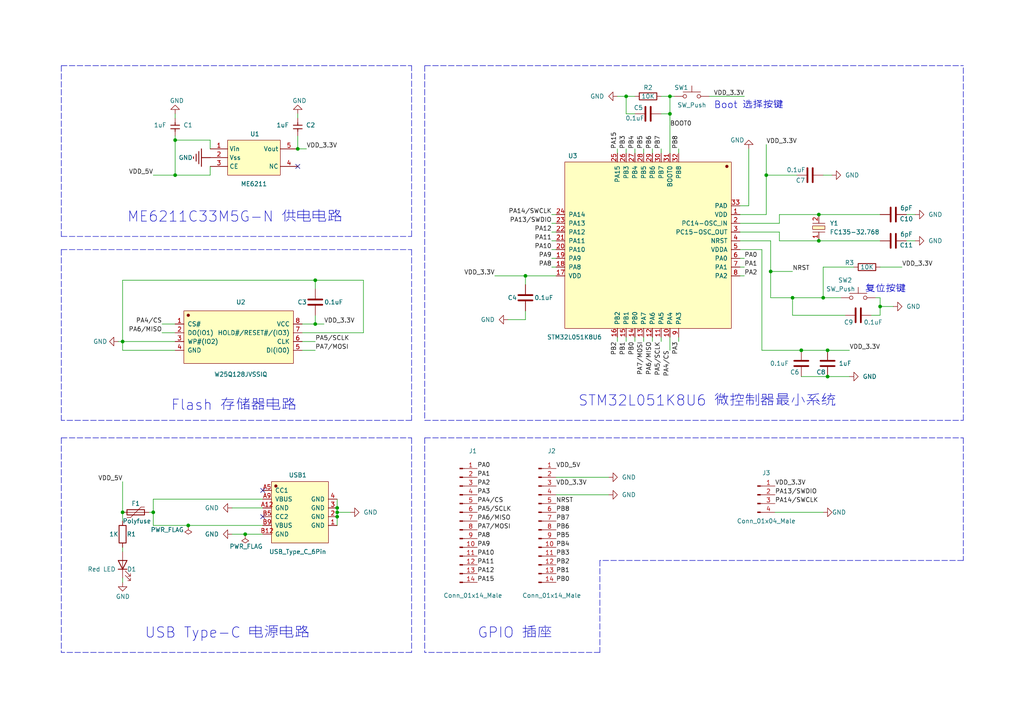
<source format=kicad_sch>
(kicad_sch (version 20211123) (generator eeschema)

  (uuid 1313241d-3787-4381-b100-56fa7903b760)

  (paper "A4")

  (title_block
    (title "UINIO-MCU-STM32L051K8")
    (date "2023-01-24")
    (rev "Version 3.1.0")
    (company "电子技术博客 UinIO.com")
  )

  (lib_symbols
    (symbol "Connector:Conn_01x04_Male" (pin_names (offset 1.016) hide) (in_bom yes) (on_board yes)
      (property "Reference" "J" (id 0) (at 0 5.08 0)
        (effects (font (size 1.27 1.27)))
      )
      (property "Value" "Conn_01x04_Male" (id 1) (at 0 -7.62 0)
        (effects (font (size 1.27 1.27)))
      )
      (property "Footprint" "" (id 2) (at 0 0 0)
        (effects (font (size 1.27 1.27)) hide)
      )
      (property "Datasheet" "~" (id 3) (at 0 0 0)
        (effects (font (size 1.27 1.27)) hide)
      )
      (property "ki_keywords" "connector" (id 4) (at 0 0 0)
        (effects (font (size 1.27 1.27)) hide)
      )
      (property "ki_description" "Generic connector, single row, 01x04, script generated (kicad-library-utils/schlib/autogen/connector/)" (id 5) (at 0 0 0)
        (effects (font (size 1.27 1.27)) hide)
      )
      (property "ki_fp_filters" "Connector*:*_1x??_*" (id 6) (at 0 0 0)
        (effects (font (size 1.27 1.27)) hide)
      )
      (symbol "Conn_01x04_Male_1_1"
        (polyline
          (pts
            (xy 1.27 -5.08)
            (xy 0.8636 -5.08)
          )
          (stroke (width 0.1524) (type default) (color 0 0 0 0))
          (fill (type none))
        )
        (polyline
          (pts
            (xy 1.27 -2.54)
            (xy 0.8636 -2.54)
          )
          (stroke (width 0.1524) (type default) (color 0 0 0 0))
          (fill (type none))
        )
        (polyline
          (pts
            (xy 1.27 0)
            (xy 0.8636 0)
          )
          (stroke (width 0.1524) (type default) (color 0 0 0 0))
          (fill (type none))
        )
        (polyline
          (pts
            (xy 1.27 2.54)
            (xy 0.8636 2.54)
          )
          (stroke (width 0.1524) (type default) (color 0 0 0 0))
          (fill (type none))
        )
        (rectangle (start 0.8636 -4.953) (end 0 -5.207)
          (stroke (width 0.1524) (type default) (color 0 0 0 0))
          (fill (type outline))
        )
        (rectangle (start 0.8636 -2.413) (end 0 -2.667)
          (stroke (width 0.1524) (type default) (color 0 0 0 0))
          (fill (type outline))
        )
        (rectangle (start 0.8636 0.127) (end 0 -0.127)
          (stroke (width 0.1524) (type default) (color 0 0 0 0))
          (fill (type outline))
        )
        (rectangle (start 0.8636 2.667) (end 0 2.413)
          (stroke (width 0.1524) (type default) (color 0 0 0 0))
          (fill (type outline))
        )
        (pin passive line (at 5.08 2.54 180) (length 3.81)
          (name "Pin_1" (effects (font (size 1.27 1.27))))
          (number "1" (effects (font (size 1.27 1.27))))
        )
        (pin passive line (at 5.08 0 180) (length 3.81)
          (name "Pin_2" (effects (font (size 1.27 1.27))))
          (number "2" (effects (font (size 1.27 1.27))))
        )
        (pin passive line (at 5.08 -2.54 180) (length 3.81)
          (name "Pin_3" (effects (font (size 1.27 1.27))))
          (number "3" (effects (font (size 1.27 1.27))))
        )
        (pin passive line (at 5.08 -5.08 180) (length 3.81)
          (name "Pin_4" (effects (font (size 1.27 1.27))))
          (number "4" (effects (font (size 1.27 1.27))))
        )
      )
    )
    (symbol "Connector:Conn_01x14_Male" (pin_names (offset 1.016) hide) (in_bom yes) (on_board yes)
      (property "Reference" "J" (id 0) (at 0 17.78 0)
        (effects (font (size 1.27 1.27)))
      )
      (property "Value" "Conn_01x14_Male" (id 1) (at 0 -20.32 0)
        (effects (font (size 1.27 1.27)))
      )
      (property "Footprint" "" (id 2) (at 0 0 0)
        (effects (font (size 1.27 1.27)) hide)
      )
      (property "Datasheet" "~" (id 3) (at 0 0 0)
        (effects (font (size 1.27 1.27)) hide)
      )
      (property "ki_keywords" "connector" (id 4) (at 0 0 0)
        (effects (font (size 1.27 1.27)) hide)
      )
      (property "ki_description" "Generic connector, single row, 01x14, script generated (kicad-library-utils/schlib/autogen/connector/)" (id 5) (at 0 0 0)
        (effects (font (size 1.27 1.27)) hide)
      )
      (property "ki_fp_filters" "Connector*:*_1x??_*" (id 6) (at 0 0 0)
        (effects (font (size 1.27 1.27)) hide)
      )
      (symbol "Conn_01x14_Male_1_1"
        (polyline
          (pts
            (xy 1.27 -17.78)
            (xy 0.8636 -17.78)
          )
          (stroke (width 0.1524) (type default) (color 0 0 0 0))
          (fill (type none))
        )
        (polyline
          (pts
            (xy 1.27 -15.24)
            (xy 0.8636 -15.24)
          )
          (stroke (width 0.1524) (type default) (color 0 0 0 0))
          (fill (type none))
        )
        (polyline
          (pts
            (xy 1.27 -12.7)
            (xy 0.8636 -12.7)
          )
          (stroke (width 0.1524) (type default) (color 0 0 0 0))
          (fill (type none))
        )
        (polyline
          (pts
            (xy 1.27 -10.16)
            (xy 0.8636 -10.16)
          )
          (stroke (width 0.1524) (type default) (color 0 0 0 0))
          (fill (type none))
        )
        (polyline
          (pts
            (xy 1.27 -7.62)
            (xy 0.8636 -7.62)
          )
          (stroke (width 0.1524) (type default) (color 0 0 0 0))
          (fill (type none))
        )
        (polyline
          (pts
            (xy 1.27 -5.08)
            (xy 0.8636 -5.08)
          )
          (stroke (width 0.1524) (type default) (color 0 0 0 0))
          (fill (type none))
        )
        (polyline
          (pts
            (xy 1.27 -2.54)
            (xy 0.8636 -2.54)
          )
          (stroke (width 0.1524) (type default) (color 0 0 0 0))
          (fill (type none))
        )
        (polyline
          (pts
            (xy 1.27 0)
            (xy 0.8636 0)
          )
          (stroke (width 0.1524) (type default) (color 0 0 0 0))
          (fill (type none))
        )
        (polyline
          (pts
            (xy 1.27 2.54)
            (xy 0.8636 2.54)
          )
          (stroke (width 0.1524) (type default) (color 0 0 0 0))
          (fill (type none))
        )
        (polyline
          (pts
            (xy 1.27 5.08)
            (xy 0.8636 5.08)
          )
          (stroke (width 0.1524) (type default) (color 0 0 0 0))
          (fill (type none))
        )
        (polyline
          (pts
            (xy 1.27 7.62)
            (xy 0.8636 7.62)
          )
          (stroke (width 0.1524) (type default) (color 0 0 0 0))
          (fill (type none))
        )
        (polyline
          (pts
            (xy 1.27 10.16)
            (xy 0.8636 10.16)
          )
          (stroke (width 0.1524) (type default) (color 0 0 0 0))
          (fill (type none))
        )
        (polyline
          (pts
            (xy 1.27 12.7)
            (xy 0.8636 12.7)
          )
          (stroke (width 0.1524) (type default) (color 0 0 0 0))
          (fill (type none))
        )
        (polyline
          (pts
            (xy 1.27 15.24)
            (xy 0.8636 15.24)
          )
          (stroke (width 0.1524) (type default) (color 0 0 0 0))
          (fill (type none))
        )
        (rectangle (start 0.8636 -17.653) (end 0 -17.907)
          (stroke (width 0.1524) (type default) (color 0 0 0 0))
          (fill (type outline))
        )
        (rectangle (start 0.8636 -15.113) (end 0 -15.367)
          (stroke (width 0.1524) (type default) (color 0 0 0 0))
          (fill (type outline))
        )
        (rectangle (start 0.8636 -12.573) (end 0 -12.827)
          (stroke (width 0.1524) (type default) (color 0 0 0 0))
          (fill (type outline))
        )
        (rectangle (start 0.8636 -10.033) (end 0 -10.287)
          (stroke (width 0.1524) (type default) (color 0 0 0 0))
          (fill (type outline))
        )
        (rectangle (start 0.8636 -7.493) (end 0 -7.747)
          (stroke (width 0.1524) (type default) (color 0 0 0 0))
          (fill (type outline))
        )
        (rectangle (start 0.8636 -4.953) (end 0 -5.207)
          (stroke (width 0.1524) (type default) (color 0 0 0 0))
          (fill (type outline))
        )
        (rectangle (start 0.8636 -2.413) (end 0 -2.667)
          (stroke (width 0.1524) (type default) (color 0 0 0 0))
          (fill (type outline))
        )
        (rectangle (start 0.8636 0.127) (end 0 -0.127)
          (stroke (width 0.1524) (type default) (color 0 0 0 0))
          (fill (type outline))
        )
        (rectangle (start 0.8636 2.667) (end 0 2.413)
          (stroke (width 0.1524) (type default) (color 0 0 0 0))
          (fill (type outline))
        )
        (rectangle (start 0.8636 5.207) (end 0 4.953)
          (stroke (width 0.1524) (type default) (color 0 0 0 0))
          (fill (type outline))
        )
        (rectangle (start 0.8636 7.747) (end 0 7.493)
          (stroke (width 0.1524) (type default) (color 0 0 0 0))
          (fill (type outline))
        )
        (rectangle (start 0.8636 10.287) (end 0 10.033)
          (stroke (width 0.1524) (type default) (color 0 0 0 0))
          (fill (type outline))
        )
        (rectangle (start 0.8636 12.827) (end 0 12.573)
          (stroke (width 0.1524) (type default) (color 0 0 0 0))
          (fill (type outline))
        )
        (rectangle (start 0.8636 15.367) (end 0 15.113)
          (stroke (width 0.1524) (type default) (color 0 0 0 0))
          (fill (type outline))
        )
        (pin passive line (at 5.08 15.24 180) (length 3.81)
          (name "Pin_1" (effects (font (size 1.27 1.27))))
          (number "1" (effects (font (size 1.27 1.27))))
        )
        (pin passive line (at 5.08 -7.62 180) (length 3.81)
          (name "Pin_10" (effects (font (size 1.27 1.27))))
          (number "10" (effects (font (size 1.27 1.27))))
        )
        (pin passive line (at 5.08 -10.16 180) (length 3.81)
          (name "Pin_11" (effects (font (size 1.27 1.27))))
          (number "11" (effects (font (size 1.27 1.27))))
        )
        (pin passive line (at 5.08 -12.7 180) (length 3.81)
          (name "Pin_12" (effects (font (size 1.27 1.27))))
          (number "12" (effects (font (size 1.27 1.27))))
        )
        (pin passive line (at 5.08 -15.24 180) (length 3.81)
          (name "Pin_13" (effects (font (size 1.27 1.27))))
          (number "13" (effects (font (size 1.27 1.27))))
        )
        (pin passive line (at 5.08 -17.78 180) (length 3.81)
          (name "Pin_14" (effects (font (size 1.27 1.27))))
          (number "14" (effects (font (size 1.27 1.27))))
        )
        (pin passive line (at 5.08 12.7 180) (length 3.81)
          (name "Pin_2" (effects (font (size 1.27 1.27))))
          (number "2" (effects (font (size 1.27 1.27))))
        )
        (pin passive line (at 5.08 10.16 180) (length 3.81)
          (name "Pin_3" (effects (font (size 1.27 1.27))))
          (number "3" (effects (font (size 1.27 1.27))))
        )
        (pin passive line (at 5.08 7.62 180) (length 3.81)
          (name "Pin_4" (effects (font (size 1.27 1.27))))
          (number "4" (effects (font (size 1.27 1.27))))
        )
        (pin passive line (at 5.08 5.08 180) (length 3.81)
          (name "Pin_5" (effects (font (size 1.27 1.27))))
          (number "5" (effects (font (size 1.27 1.27))))
        )
        (pin passive line (at 5.08 2.54 180) (length 3.81)
          (name "Pin_6" (effects (font (size 1.27 1.27))))
          (number "6" (effects (font (size 1.27 1.27))))
        )
        (pin passive line (at 5.08 0 180) (length 3.81)
          (name "Pin_7" (effects (font (size 1.27 1.27))))
          (number "7" (effects (font (size 1.27 1.27))))
        )
        (pin passive line (at 5.08 -2.54 180) (length 3.81)
          (name "Pin_8" (effects (font (size 1.27 1.27))))
          (number "8" (effects (font (size 1.27 1.27))))
        )
        (pin passive line (at 5.08 -5.08 180) (length 3.81)
          (name "Pin_9" (effects (font (size 1.27 1.27))))
          (number "9" (effects (font (size 1.27 1.27))))
        )
      )
    )
    (symbol "Device:C" (pin_numbers hide) (pin_names (offset 0.254)) (in_bom yes) (on_board yes)
      (property "Reference" "C" (id 0) (at 0.635 2.54 0)
        (effects (font (size 1.27 1.27)) (justify left))
      )
      (property "Value" "C" (id 1) (at 0.635 -2.54 0)
        (effects (font (size 1.27 1.27)) (justify left))
      )
      (property "Footprint" "" (id 2) (at 0.9652 -3.81 0)
        (effects (font (size 1.27 1.27)) hide)
      )
      (property "Datasheet" "~" (id 3) (at 0 0 0)
        (effects (font (size 1.27 1.27)) hide)
      )
      (property "ki_keywords" "cap capacitor" (id 4) (at 0 0 0)
        (effects (font (size 1.27 1.27)) hide)
      )
      (property "ki_description" "Unpolarized capacitor" (id 5) (at 0 0 0)
        (effects (font (size 1.27 1.27)) hide)
      )
      (property "ki_fp_filters" "C_*" (id 6) (at 0 0 0)
        (effects (font (size 1.27 1.27)) hide)
      )
      (symbol "C_0_1"
        (polyline
          (pts
            (xy -2.032 -0.762)
            (xy 2.032 -0.762)
          )
          (stroke (width 0.508) (type default) (color 0 0 0 0))
          (fill (type none))
        )
        (polyline
          (pts
            (xy -2.032 0.762)
            (xy 2.032 0.762)
          )
          (stroke (width 0.508) (type default) (color 0 0 0 0))
          (fill (type none))
        )
      )
      (symbol "C_1_1"
        (pin passive line (at 0 3.81 270) (length 2.794)
          (name "~" (effects (font (size 1.27 1.27))))
          (number "1" (effects (font (size 1.27 1.27))))
        )
        (pin passive line (at 0 -3.81 90) (length 2.794)
          (name "~" (effects (font (size 1.27 1.27))))
          (number "2" (effects (font (size 1.27 1.27))))
        )
      )
    )
    (symbol "Device:LED" (pin_numbers hide) (pin_names (offset 1.016) hide) (in_bom yes) (on_board yes)
      (property "Reference" "D" (id 0) (at 0 2.54 0)
        (effects (font (size 1.27 1.27)))
      )
      (property "Value" "LED" (id 1) (at 0 -2.54 0)
        (effects (font (size 1.27 1.27)))
      )
      (property "Footprint" "" (id 2) (at 0 0 0)
        (effects (font (size 1.27 1.27)) hide)
      )
      (property "Datasheet" "~" (id 3) (at 0 0 0)
        (effects (font (size 1.27 1.27)) hide)
      )
      (property "ki_keywords" "LED diode" (id 4) (at 0 0 0)
        (effects (font (size 1.27 1.27)) hide)
      )
      (property "ki_description" "Light emitting diode" (id 5) (at 0 0 0)
        (effects (font (size 1.27 1.27)) hide)
      )
      (property "ki_fp_filters" "LED* LED_SMD:* LED_THT:*" (id 6) (at 0 0 0)
        (effects (font (size 1.27 1.27)) hide)
      )
      (symbol "LED_0_1"
        (polyline
          (pts
            (xy -1.27 -1.27)
            (xy -1.27 1.27)
          )
          (stroke (width 0.254) (type default) (color 0 0 0 0))
          (fill (type none))
        )
        (polyline
          (pts
            (xy -1.27 0)
            (xy 1.27 0)
          )
          (stroke (width 0) (type default) (color 0 0 0 0))
          (fill (type none))
        )
        (polyline
          (pts
            (xy 1.27 -1.27)
            (xy 1.27 1.27)
            (xy -1.27 0)
            (xy 1.27 -1.27)
          )
          (stroke (width 0.254) (type default) (color 0 0 0 0))
          (fill (type none))
        )
        (polyline
          (pts
            (xy -3.048 -0.762)
            (xy -4.572 -2.286)
            (xy -3.81 -2.286)
            (xy -4.572 -2.286)
            (xy -4.572 -1.524)
          )
          (stroke (width 0) (type default) (color 0 0 0 0))
          (fill (type none))
        )
        (polyline
          (pts
            (xy -1.778 -0.762)
            (xy -3.302 -2.286)
            (xy -2.54 -2.286)
            (xy -3.302 -2.286)
            (xy -3.302 -1.524)
          )
          (stroke (width 0) (type default) (color 0 0 0 0))
          (fill (type none))
        )
      )
      (symbol "LED_1_1"
        (pin passive line (at -3.81 0 0) (length 2.54)
          (name "K" (effects (font (size 1.27 1.27))))
          (number "1" (effects (font (size 1.27 1.27))))
        )
        (pin passive line (at 3.81 0 180) (length 2.54)
          (name "A" (effects (font (size 1.27 1.27))))
          (number "2" (effects (font (size 1.27 1.27))))
        )
      )
    )
    (symbol "Device:Polyfuse" (pin_numbers hide) (pin_names (offset 0)) (in_bom yes) (on_board yes)
      (property "Reference" "F" (id 0) (at -2.54 0 90)
        (effects (font (size 1.27 1.27)))
      )
      (property "Value" "Polyfuse" (id 1) (at 2.54 0 90)
        (effects (font (size 1.27 1.27)))
      )
      (property "Footprint" "" (id 2) (at 1.27 -5.08 0)
        (effects (font (size 1.27 1.27)) (justify left) hide)
      )
      (property "Datasheet" "~" (id 3) (at 0 0 0)
        (effects (font (size 1.27 1.27)) hide)
      )
      (property "ki_keywords" "resettable fuse PTC PPTC polyfuse polyswitch" (id 4) (at 0 0 0)
        (effects (font (size 1.27 1.27)) hide)
      )
      (property "ki_description" "Resettable fuse, polymeric positive temperature coefficient" (id 5) (at 0 0 0)
        (effects (font (size 1.27 1.27)) hide)
      )
      (property "ki_fp_filters" "*polyfuse* *PTC*" (id 6) (at 0 0 0)
        (effects (font (size 1.27 1.27)) hide)
      )
      (symbol "Polyfuse_0_1"
        (rectangle (start -0.762 2.54) (end 0.762 -2.54)
          (stroke (width 0.254) (type default) (color 0 0 0 0))
          (fill (type none))
        )
        (polyline
          (pts
            (xy 0 2.54)
            (xy 0 -2.54)
          )
          (stroke (width 0) (type default) (color 0 0 0 0))
          (fill (type none))
        )
        (polyline
          (pts
            (xy -1.524 2.54)
            (xy -1.524 1.524)
            (xy 1.524 -1.524)
            (xy 1.524 -2.54)
          )
          (stroke (width 0) (type default) (color 0 0 0 0))
          (fill (type none))
        )
      )
      (symbol "Polyfuse_1_1"
        (pin passive line (at 0 3.81 270) (length 1.27)
          (name "~" (effects (font (size 1.27 1.27))))
          (number "1" (effects (font (size 1.27 1.27))))
        )
        (pin passive line (at 0 -3.81 90) (length 1.27)
          (name "~" (effects (font (size 1.27 1.27))))
          (number "2" (effects (font (size 1.27 1.27))))
        )
      )
    )
    (symbol "Device:R" (pin_numbers hide) (pin_names (offset 0)) (in_bom yes) (on_board yes)
      (property "Reference" "R" (id 0) (at 2.032 0 90)
        (effects (font (size 1.27 1.27)))
      )
      (property "Value" "R" (id 1) (at 0 0 90)
        (effects (font (size 1.27 1.27)))
      )
      (property "Footprint" "" (id 2) (at -1.778 0 90)
        (effects (font (size 1.27 1.27)) hide)
      )
      (property "Datasheet" "~" (id 3) (at 0 0 0)
        (effects (font (size 1.27 1.27)) hide)
      )
      (property "ki_keywords" "R res resistor" (id 4) (at 0 0 0)
        (effects (font (size 1.27 1.27)) hide)
      )
      (property "ki_description" "Resistor" (id 5) (at 0 0 0)
        (effects (font (size 1.27 1.27)) hide)
      )
      (property "ki_fp_filters" "R_*" (id 6) (at 0 0 0)
        (effects (font (size 1.27 1.27)) hide)
      )
      (symbol "R_0_1"
        (rectangle (start -1.016 -2.54) (end 1.016 2.54)
          (stroke (width 0.254) (type default) (color 0 0 0 0))
          (fill (type none))
        )
      )
      (symbol "R_1_1"
        (pin passive line (at 0 3.81 270) (length 1.27)
          (name "~" (effects (font (size 1.27 1.27))))
          (number "1" (effects (font (size 1.27 1.27))))
        )
        (pin passive line (at 0 -3.81 90) (length 1.27)
          (name "~" (effects (font (size 1.27 1.27))))
          (number "2" (effects (font (size 1.27 1.27))))
        )
      )
    )
    (symbol "Switch:SW_Push" (pin_numbers hide) (pin_names (offset 1.016) hide) (in_bom yes) (on_board yes)
      (property "Reference" "SW" (id 0) (at 1.27 2.54 0)
        (effects (font (size 1.27 1.27)) (justify left))
      )
      (property "Value" "SW_Push" (id 1) (at 0 -1.524 0)
        (effects (font (size 1.27 1.27)))
      )
      (property "Footprint" "" (id 2) (at 0 5.08 0)
        (effects (font (size 1.27 1.27)) hide)
      )
      (property "Datasheet" "~" (id 3) (at 0 5.08 0)
        (effects (font (size 1.27 1.27)) hide)
      )
      (property "ki_keywords" "switch normally-open pushbutton push-button" (id 4) (at 0 0 0)
        (effects (font (size 1.27 1.27)) hide)
      )
      (property "ki_description" "Push button switch, generic, two pins" (id 5) (at 0 0 0)
        (effects (font (size 1.27 1.27)) hide)
      )
      (symbol "SW_Push_0_1"
        (circle (center -2.032 0) (radius 0.508)
          (stroke (width 0) (type default) (color 0 0 0 0))
          (fill (type none))
        )
        (polyline
          (pts
            (xy 0 1.27)
            (xy 0 3.048)
          )
          (stroke (width 0) (type default) (color 0 0 0 0))
          (fill (type none))
        )
        (polyline
          (pts
            (xy 2.54 1.27)
            (xy -2.54 1.27)
          )
          (stroke (width 0) (type default) (color 0 0 0 0))
          (fill (type none))
        )
        (circle (center 2.032 0) (radius 0.508)
          (stroke (width 0) (type default) (color 0 0 0 0))
          (fill (type none))
        )
        (pin passive line (at -5.08 0 0) (length 2.54)
          (name "1" (effects (font (size 1.27 1.27))))
          (number "1" (effects (font (size 1.27 1.27))))
        )
        (pin passive line (at 5.08 0 180) (length 2.54)
          (name "2" (effects (font (size 1.27 1.27))))
          (number "2" (effects (font (size 1.27 1.27))))
        )
      )
    )
    (symbol "Uinio:CAP_0402" (in_bom yes) (on_board yes)
      (property "Reference" "C8" (id 0) (at 1.524 -1.016 0)
        (effects (font (size 1.27 1.27)) (justify left bottom))
      )
      (property "Value" "CAP_0402" (id 1) (at 1.524 -3.556 0)
        (effects (font (size 1.27 1.27)) (justify left bottom))
      )
      (property "Footprint" "Uinio:CAP_0402" (id 2) (at 0 0 0)
        (effects (font (size 1.27 1.27)) hide)
      )
      (property "Datasheet" "" (id 3) (at 0 0 0)
        (effects (font (size 1.27 1.27)) hide)
      )
      (property "ALTIUM_VALUE" "0.1u" (id 4) (at -1.524 3.048 0)
        (effects (font (size 1.27 1.27)) (justify left bottom) hide)
      )
      (property "ki_description" "Capacitor" (id 5) (at 0 0 0)
        (effects (font (size 1.27 1.27)) hide)
      )
      (property "ki_fp_filters" "CAP_0402" (id 6) (at 0 0 0)
        (effects (font (size 1.27 1.27)) hide)
      )
      (symbol "CAP_0402_1_0"
        (polyline
          (pts
            (xy -1.27 0.508)
            (xy 1.27 0.508)
          )
          (stroke (width 0.254) (type default) (color 0 0 0 0))
          (fill (type none))
        )
        (polyline
          (pts
            (xy 0 -1.27)
            (xy 0 -0.508)
          )
          (stroke (width 0.254) (type default) (color 0 0 0 0))
          (fill (type none))
        )
        (polyline
          (pts
            (xy 0 1.27)
            (xy 0 0.508)
          )
          (stroke (width 0.254) (type default) (color 0 0 0 0))
          (fill (type none))
        )
        (polyline
          (pts
            (xy 1.27 -0.508)
            (xy -1.27 -0.508)
          )
          (stroke (width 0.254) (type default) (color 0 0 0 0))
          (fill (type none))
        )
        (pin passive line (at 0 -2.54 90) (length 1.27)
          (name "1" (effects (font (size 0 0))))
          (number "1" (effects (font (size 0 0))))
        )
        (pin passive line (at 0 2.54 270) (length 1.27)
          (name "2" (effects (font (size 0 0))))
          (number "2" (effects (font (size 0 0))))
        )
      )
    )
    (symbol "Uinio:FC135-32.768" (pin_names (offset 1.016) hide) (in_bom yes) (on_board yes)
      (property "Reference" "U" (id 0) (at 0 5.1054 0)
        (effects (font (size 1.27 1.27)))
      )
      (property "Value" "FC135-32.768" (id 1) (at 0 10.1854 0)
        (effects (font (size 1.27 1.27)))
      )
      (property "Footprint" "Uinio:CRYSTAL-FC135-32.768" (id 2) (at 0 0.0254 0)
        (effects (font (size 1.27 1.27)) hide)
      )
      (property "Datasheet" "" (id 3) (at 0 -5.0546 0)
        (effects (font (size 1.27 1.27)) hide)
      )
      (property "SuppliersPartNumber" "C1986919" (id 4) (at 0 -10.1346 0)
        (effects (font (size 1.27 1.27)) hide)
      )
      (property "uuid" "std:1a7d7ec5dddf46f9929a2236d62d3241" (id 5) (at 0 -10.1346 0)
        (effects (font (size 1.27 1.27)) hide)
      )
      (symbol "FC135-32.768_1_1"
        (rectangle (start -1.778 1.778) (end -0.762 -1.778)
          (stroke (width 0.1524) (type default) (color 0 0 0 0))
          (fill (type background))
        )
        (polyline
          (pts
            (xy -2.54 -1.778)
            (xy -2.54 1.778)
          )
          (stroke (width 0.1524) (type default) (color 0 0 0 0))
          (fill (type none))
        )
        (polyline
          (pts
            (xy 0 -1.778)
            (xy 0 1.778)
          )
          (stroke (width 0.1524) (type default) (color 0 0 0 0))
          (fill (type none))
        )
        (pin input line (at -5.08 0 0) (length 2.54)
          (name "1" (effects (font (size 1.27 1.27))))
          (number "1" (effects (font (size 1.27 1.27))))
        )
        (pin input line (at 2.54 0 180) (length 2.54)
          (name "GND" (effects (font (size 1.27 1.27))))
          (number "2" (effects (font (size 1.27 1.27))))
        )
      )
    )
    (symbol "Uinio:GND" (power) (in_bom yes) (on_board yes)
      (property "Reference" "#PWR04" (id 0) (at 0 0 0)
        (effects (font (size 1.27 1.27)) hide)
      )
      (property "Value" "GND" (id 1) (at 0 6.35 90)
        (effects (font (size 1.27 1.27)) (justify right))
      )
      (property "Footprint" "" (id 2) (at 0 0 0)
        (effects (font (size 1.27 1.27)) hide)
      )
      (property "Datasheet" "" (id 3) (at 0 0 0)
        (effects (font (size 1.27 1.27)) hide)
      )
      (property "ki_keywords" "power-flag" (id 4) (at 0 0 0)
        (effects (font (size 1.27 1.27)) hide)
      )
      (property "ki_description" "电源符号创建名为 'GND' 的全局标签" (id 5) (at 0 0 0)
        (effects (font (size 1.27 1.27)) hide)
      )
      (symbol "GND_0_0"
        (polyline
          (pts
            (xy -2.54 -2.54)
            (xy 2.54 -2.54)
          )
          (stroke (width 0.254) (type default) (color 0 0 0 0))
          (fill (type none))
        )
        (polyline
          (pts
            (xy -1.778 -3.302)
            (xy 1.778 -3.302)
          )
          (stroke (width 0.254) (type default) (color 0 0 0 0))
          (fill (type none))
        )
        (polyline
          (pts
            (xy -1.016 -4.064)
            (xy 1.016 -4.064)
          )
          (stroke (width 0.254) (type default) (color 0 0 0 0))
          (fill (type none))
        )
        (polyline
          (pts
            (xy -0.254 -4.826)
            (xy 0.254 -4.826)
          )
          (stroke (width 0.254) (type default) (color 0 0 0 0))
          (fill (type none))
        )
        (polyline
          (pts
            (xy 0 0)
            (xy 0 -2.54)
          )
          (stroke (width 0.254) (type default) (color 0 0 0 0))
          (fill (type none))
        )
        (pin power_in line (at 0 0 0) (length 0) hide
          (name "GND" (effects (font (size 1.27 1.27))))
          (number "" (effects (font (size 1.27 1.27))))
        )
      )
    )
    (symbol "Uinio:ME6211" (in_bom yes) (on_board yes)
      (property "Reference" "V1" (id 0) (at 5.08 2.54 0)
        (effects (font (size 1.27 1.27)) (justify left bottom))
      )
      (property "Value" "ME6211" (id 1) (at 5.08 -10.16 0)
        (effects (font (size 1.27 1.27)) (justify left bottom))
      )
      (property "Footprint" "Uinio:SOT23-5" (id 2) (at 0 0 0)
        (effects (font (size 1.27 1.27)) hide)
      )
      (property "Datasheet" "" (id 3) (at 0 0 0)
        (effects (font (size 1.27 1.27)) hide)
      )
      (property "BOM名称" "低功耗LDO" (id 4) (at -8.128 -15.748 0)
        (effects (font (size 1.27 1.27)) (justify left bottom) hide)
      )
      (property "ki_description" "低功耗LDO" (id 5) (at 0 0 0)
        (effects (font (size 1.27 1.27)) hide)
      )
      (property "ki_fp_filters" "SOT23-5L" (id 6) (at 0 0 0)
        (effects (font (size 1.27 1.27)) hide)
      )
      (symbol "ME6211_1_0"
        (rectangle (start 20.32 2.54) (end 5.08 -7.62)
          (stroke (width 0) (type default) (color 0 0 0 0))
          (fill (type background))
        )
        (pin passive line (at 0 0 0) (length 5.08)
          (name "Vin" (effects (font (size 1.27 1.27))))
          (number "1" (effects (font (size 1.27 1.27))))
        )
        (pin passive line (at 0 -2.54 0) (length 5.08)
          (name "Vss" (effects (font (size 1.27 1.27))))
          (number "2" (effects (font (size 1.27 1.27))))
        )
        (pin passive line (at 0 -5.08 0) (length 5.08)
          (name "CE" (effects (font (size 1.27 1.27))))
          (number "3" (effects (font (size 1.27 1.27))))
        )
        (pin passive line (at 25.4 -5.08 180) (length 5.08)
          (name "NC" (effects (font (size 1.27 1.27))))
          (number "4" (effects (font (size 1.27 1.27))))
        )
        (pin passive line (at 25.4 0 180) (length 5.08)
          (name "Vout" (effects (font (size 1.27 1.27))))
          (number "5" (effects (font (size 1.27 1.27))))
        )
      )
    )
    (symbol "Uinio:STM32L051K8U6" (pin_names (offset 1.016)) (in_bom yes) (on_board yes)
      (property "Reference" "U" (id 0) (at 0 29.8196 0)
        (effects (font (size 1.27 1.27)))
      )
      (property "Value" "STM32L051K8U6" (id 1) (at 0 34.8996 0)
        (effects (font (size 1.27 1.27)))
      )
      (property "Footprint" "kicad_lceda:UFQFPN-32_L5.0-W5.0-P0.50-BL-EP" (id 2) (at 0 24.7396 0)
        (effects (font (size 1.27 1.27)) hide)
      )
      (property "Datasheet" "http://www.szlcsc.com/product/details_95970.html" (id 3) (at 0 19.6596 0)
        (effects (font (size 1.27 1.27)) hide)
      )
      (property "SuppliersPartNumber" "C94770" (id 4) (at 0 14.5796 0)
        (effects (font (size 1.27 1.27)) hide)
      )
      (property "uuid" "std:9dfaea9d47bf4a0f92de24ec40f7b62e" (id 5) (at 1.27 -33.02 0)
        (effects (font (size 1.27 1.27)) hide)
      )
      (symbol "STM32L051K8U6_1_1"
        (rectangle (start -24.13 24.13) (end 24.13 -24.13)
          (stroke (width 0.1524) (type default) (color 0 0 0 0))
          (fill (type background))
        )
        (circle (center -22.86 22.86) (radius 0.381)
          (stroke (width 0.1524) (type default) (color 0 0 0 0))
          (fill (type outline))
        )
        (pin input line (at -26.67 8.89 0) (length 2.54)
          (name "VDD" (effects (font (size 1.27 1.27))))
          (number "1" (effects (font (size 1.27 1.27))))
        )
        (pin input line (at -6.35 -26.67 90) (length 2.54)
          (name "PA4" (effects (font (size 1.27 1.27))))
          (number "10" (effects (font (size 1.27 1.27))))
        )
        (pin input line (at -3.81 -26.67 90) (length 2.54)
          (name "PA5" (effects (font (size 1.27 1.27))))
          (number "11" (effects (font (size 1.27 1.27))))
        )
        (pin input line (at -1.27 -26.67 90) (length 2.54)
          (name "PA6" (effects (font (size 1.27 1.27))))
          (number "12" (effects (font (size 1.27 1.27))))
        )
        (pin input line (at 1.27 -26.67 90) (length 2.54)
          (name "PA7" (effects (font (size 1.27 1.27))))
          (number "13" (effects (font (size 1.27 1.27))))
        )
        (pin input line (at 3.81 -26.67 90) (length 2.54)
          (name "PB0" (effects (font (size 1.27 1.27))))
          (number "14" (effects (font (size 1.27 1.27))))
        )
        (pin input line (at 6.35 -26.67 90) (length 2.54)
          (name "PB1" (effects (font (size 1.27 1.27))))
          (number "15" (effects (font (size 1.27 1.27))))
        )
        (pin input line (at 8.89 -26.67 90) (length 2.54)
          (name "PB2" (effects (font (size 1.27 1.27))))
          (number "16" (effects (font (size 1.27 1.27))))
        )
        (pin input line (at 26.67 -8.89 180) (length 2.54)
          (name "VDD" (effects (font (size 1.27 1.27))))
          (number "17" (effects (font (size 1.27 1.27))))
        )
        (pin input line (at 26.67 -6.35 180) (length 2.54)
          (name "PA8" (effects (font (size 1.27 1.27))))
          (number "18" (effects (font (size 1.27 1.27))))
        )
        (pin input line (at 26.67 -3.81 180) (length 2.54)
          (name "PA9" (effects (font (size 1.27 1.27))))
          (number "19" (effects (font (size 1.27 1.27))))
        )
        (pin input line (at -26.67 6.35 0) (length 2.54)
          (name "PC14-OSC_IN" (effects (font (size 1.27 1.27))))
          (number "2" (effects (font (size 1.27 1.27))))
        )
        (pin input line (at 26.67 -1.27 180) (length 2.54)
          (name "PA10" (effects (font (size 1.27 1.27))))
          (number "20" (effects (font (size 1.27 1.27))))
        )
        (pin input line (at 26.67 1.27 180) (length 2.54)
          (name "PA11" (effects (font (size 1.27 1.27))))
          (number "21" (effects (font (size 1.27 1.27))))
        )
        (pin input line (at 26.67 3.81 180) (length 2.54)
          (name "PA12" (effects (font (size 1.27 1.27))))
          (number "22" (effects (font (size 1.27 1.27))))
        )
        (pin input line (at 26.67 6.35 180) (length 2.54)
          (name "PA13" (effects (font (size 1.27 1.27))))
          (number "23" (effects (font (size 1.27 1.27))))
        )
        (pin input line (at 26.67 8.89 180) (length 2.54)
          (name "PA14" (effects (font (size 1.27 1.27))))
          (number "24" (effects (font (size 1.27 1.27))))
        )
        (pin input line (at 8.89 26.67 270) (length 2.54)
          (name "PA15" (effects (font (size 1.27 1.27))))
          (number "25" (effects (font (size 1.27 1.27))))
        )
        (pin input line (at 6.35 26.67 270) (length 2.54)
          (name "PB3" (effects (font (size 1.27 1.27))))
          (number "26" (effects (font (size 1.27 1.27))))
        )
        (pin input line (at 3.81 26.67 270) (length 2.54)
          (name "PB4" (effects (font (size 1.27 1.27))))
          (number "27" (effects (font (size 1.27 1.27))))
        )
        (pin input line (at 1.27 26.67 270) (length 2.54)
          (name "PB5" (effects (font (size 1.27 1.27))))
          (number "28" (effects (font (size 1.27 1.27))))
        )
        (pin input line (at -1.27 26.67 270) (length 2.54)
          (name "PB6" (effects (font (size 1.27 1.27))))
          (number "29" (effects (font (size 1.27 1.27))))
        )
        (pin input line (at -26.67 3.81 0) (length 2.54)
          (name "PC15-OSC_OUT" (effects (font (size 1.27 1.27))))
          (number "3" (effects (font (size 1.27 1.27))))
        )
        (pin input line (at -3.81 26.67 270) (length 2.54)
          (name "PB7" (effects (font (size 1.27 1.27))))
          (number "30" (effects (font (size 1.27 1.27))))
        )
        (pin input line (at -6.35 26.67 270) (length 2.54)
          (name "BOOT0" (effects (font (size 1.27 1.27))))
          (number "31" (effects (font (size 1.27 1.27))))
        )
        (pin input line (at -8.89 26.67 270) (length 2.54)
          (name "PB8" (effects (font (size 1.27 1.27))))
          (number "32" (effects (font (size 1.27 1.27))))
        )
        (pin input line (at -26.67 11.43 0) (length 2.54)
          (name "PAD" (effects (font (size 1.27 1.27))))
          (number "33" (effects (font (size 1.27 1.27))))
        )
        (pin input line (at -26.67 1.27 0) (length 2.54)
          (name "NRST" (effects (font (size 1.27 1.27))))
          (number "4" (effects (font (size 1.27 1.27))))
        )
        (pin input line (at -26.67 -1.27 0) (length 2.54)
          (name "VDDA" (effects (font (size 1.27 1.27))))
          (number "5" (effects (font (size 1.27 1.27))))
        )
        (pin input line (at -26.67 -3.81 0) (length 2.54)
          (name "PA0" (effects (font (size 1.27 1.27))))
          (number "6" (effects (font (size 1.27 1.27))))
        )
        (pin input line (at -26.67 -6.35 0) (length 2.54)
          (name "PA1" (effects (font (size 1.27 1.27))))
          (number "7" (effects (font (size 1.27 1.27))))
        )
        (pin input line (at -26.67 -8.89 0) (length 2.54)
          (name "PA2" (effects (font (size 1.27 1.27))))
          (number "8" (effects (font (size 1.27 1.27))))
        )
        (pin input line (at -8.89 -26.67 90) (length 2.54)
          (name "PA3" (effects (font (size 1.27 1.27))))
          (number "9" (effects (font (size 1.27 1.27))))
        )
      )
    )
    (symbol "Uinio:USB_Type_C_6Pin" (pin_names (offset 1.016)) (in_bom yes) (on_board yes)
      (property "Reference" "USB" (id 0) (at 0 11.557 0)
        (effects (font (size 1.27 1.27)))
      )
      (property "Value" "USB_Type_C_6Pin" (id 1) (at 0 16.637 0)
        (effects (font (size 1.27 1.27)))
      )
      (property "Footprint" "Uinio:USB-TYPEC-250-BRP6L68" (id 2) (at 0 6.477 0)
        (effects (font (size 1.27 1.27)))
      )
      (property "Datasheet" "" (id 3) (at 0 1.397 0)
        (effects (font (size 1.27 1.27)) hide)
      )
      (property "SuppliersPartNumber" "" (id 4) (at 0 -3.683 0)
        (effects (font (size 1.27 1.27)) hide)
      )
      (property "uuid" "std:2c2510636cee4069ad38e03b5f14209b" (id 5) (at 0 -3.683 0)
        (effects (font (size 1.27 1.27)) hide)
      )
      (symbol "USB_Type_C_6Pin_1_1"
        (rectangle (start -8.89 8.89) (end 7.62 -8.89)
          (stroke (width 0.1524) (type default) (color 0 0 0 0))
          (fill (type background))
        )
        (circle (center -7.62 7.62) (radius 0.381)
          (stroke (width 0.1524) (type default) (color 0 0 0 0))
          (fill (type outline))
        )
        (pin input line (at 10.16 -3.81 180) (length 2.54)
          (name "GND" (effects (font (size 1.27 1.27))))
          (number "1" (effects (font (size 1.27 1.27))))
        )
        (pin input line (at 10.16 -1.27 180) (length 2.54)
          (name "GND" (effects (font (size 1.27 1.27))))
          (number "2" (effects (font (size 1.27 1.27))))
        )
        (pin input line (at 10.16 1.27 180) (length 2.54)
          (name "GND" (effects (font (size 1.27 1.27))))
          (number "3" (effects (font (size 1.27 1.27))))
        )
        (pin input line (at 10.16 3.81 180) (length 2.54)
          (name "GND" (effects (font (size 1.27 1.27))))
          (number "4" (effects (font (size 1.27 1.27))))
        )
        (pin input line (at -11.43 1.27 0) (length 2.54)
          (name "GND" (effects (font (size 1.27 1.27))))
          (number "A12" (effects (font (size 1.27 1.27))))
        )
        (pin input line (at -11.43 6.35 0) (length 2.54)
          (name "CC1" (effects (font (size 1.27 1.27))))
          (number "A5" (effects (font (size 1.27 1.27))))
        )
        (pin input line (at -11.43 3.81 0) (length 2.54)
          (name "VBUS" (effects (font (size 1.27 1.27))))
          (number "A9" (effects (font (size 1.27 1.27))))
        )
        (pin input line (at -11.43 -6.35 0) (length 2.54)
          (name "GND" (effects (font (size 1.27 1.27))))
          (number "B12" (effects (font (size 1.27 1.27))))
        )
        (pin input line (at -11.43 -1.27 0) (length 2.54)
          (name "CC2" (effects (font (size 1.27 1.27))))
          (number "B5" (effects (font (size 1.27 1.27))))
        )
        (pin input line (at -11.43 -3.81 0) (length 2.54)
          (name "VBUS" (effects (font (size 1.27 1.27))))
          (number "B9" (effects (font (size 1.27 1.27))))
        )
      )
    )
    (symbol "Uinio:W25Q128JVSSIQ" (pin_names (offset 1.016)) (in_bom yes) (on_board yes)
      (property "Reference" "U" (id 0) (at 0 9.017 0)
        (effects (font (size 1.27 1.27)))
      )
      (property "Value" "W25Q128JVSSIQ" (id 1) (at 0 14.097 0)
        (effects (font (size 1.27 1.27)))
      )
      (property "Footprint" "kicad_lceda:SOIC-8_L5.3-W5.3-P1.27-LS8.0-BL" (id 2) (at 10.16 3.937 0)
        (effects (font (size 1.27 1.27)) hide)
      )
      (property "Datasheet" "" (id 3) (at 0 -1.143 0)
        (effects (font (size 1.27 1.27)) hide)
      )
      (property "SuppliersPartNumber" "C9900009643" (id 4) (at 0 -6.223 0)
        (effects (font (size 1.27 1.27)) hide)
      )
      (property "uuid" "std:fefd45d986a442c3ac86341ea5a718a1" (id 5) (at 0 -6.223 0)
        (effects (font (size 1.27 1.27)) hide)
      )
      (symbol "W25Q128JVSSIQ_1_1"
        (rectangle (start -11.43 7.62) (end 20.32 -7.62)
          (stroke (width 0.1524) (type default) (color 0 0 0 0))
          (fill (type background))
        )
        (circle (center -10.16 6.35) (radius 0.381)
          (stroke (width 0.1524) (type default) (color 0 0 0 0))
          (fill (type outline))
        )
        (pin input line (at -13.97 3.81 0) (length 2.54)
          (name "CS#" (effects (font (size 1.27 1.27))))
          (number "1" (effects (font (size 1.27 1.27))))
        )
        (pin input line (at -13.97 1.27 0) (length 2.54)
          (name "DO(IO1)" (effects (font (size 1.27 1.27))))
          (number "2" (effects (font (size 1.27 1.27))))
        )
        (pin input line (at -13.97 -1.27 0) (length 2.54)
          (name "WP#(IO2)" (effects (font (size 1.27 1.27))))
          (number "3" (effects (font (size 1.27 1.27))))
        )
        (pin input line (at -13.97 -3.81 0) (length 2.54)
          (name "GND" (effects (font (size 1.27 1.27))))
          (number "4" (effects (font (size 1.27 1.27))))
        )
        (pin input line (at 22.86 -3.81 180) (length 2.54)
          (name "DI(IO0)" (effects (font (size 1.27 1.27))))
          (number "5" (effects (font (size 1.27 1.27))))
        )
        (pin input line (at 22.86 -1.27 180) (length 2.54)
          (name "CLK" (effects (font (size 1.27 1.27))))
          (number "6" (effects (font (size 1.27 1.27))))
        )
        (pin input line (at 22.86 1.27 180) (length 2.54)
          (name "HOLD#/RESET#/(IO3)" (effects (font (size 1.27 1.27))))
          (number "7" (effects (font (size 1.27 1.27))))
        )
        (pin input line (at 22.86 3.81 180) (length 2.54)
          (name "VCC" (effects (font (size 1.27 1.27))))
          (number "8" (effects (font (size 1.27 1.27))))
        )
      )
    )
    (symbol "power:GND" (power) (pin_names (offset 0)) (in_bom yes) (on_board yes)
      (property "Reference" "#PWR" (id 0) (at 0 -6.35 0)
        (effects (font (size 1.27 1.27)) hide)
      )
      (property "Value" "GND" (id 1) (at 0 -3.81 0)
        (effects (font (size 1.27 1.27)))
      )
      (property "Footprint" "" (id 2) (at 0 0 0)
        (effects (font (size 1.27 1.27)) hide)
      )
      (property "Datasheet" "" (id 3) (at 0 0 0)
        (effects (font (size 1.27 1.27)) hide)
      )
      (property "ki_keywords" "global power" (id 4) (at 0 0 0)
        (effects (font (size 1.27 1.27)) hide)
      )
      (property "ki_description" "Power symbol creates a global label with name \"GND\" , ground" (id 5) (at 0 0 0)
        (effects (font (size 1.27 1.27)) hide)
      )
      (symbol "GND_0_1"
        (polyline
          (pts
            (xy 0 0)
            (xy 0 -1.27)
            (xy 1.27 -1.27)
            (xy 0 -2.54)
            (xy -1.27 -1.27)
            (xy 0 -1.27)
          )
          (stroke (width 0) (type default) (color 0 0 0 0))
          (fill (type none))
        )
      )
      (symbol "GND_1_1"
        (pin power_in line (at 0 0 270) (length 0) hide
          (name "GND" (effects (font (size 1.27 1.27))))
          (number "1" (effects (font (size 1.27 1.27))))
        )
      )
    )
    (symbol "power:PWR_FLAG" (power) (pin_numbers hide) (pin_names (offset 0) hide) (in_bom yes) (on_board yes)
      (property "Reference" "#FLG" (id 0) (at 0 1.905 0)
        (effects (font (size 1.27 1.27)) hide)
      )
      (property "Value" "PWR_FLAG" (id 1) (at 0 3.81 0)
        (effects (font (size 1.27 1.27)))
      )
      (property "Footprint" "" (id 2) (at 0 0 0)
        (effects (font (size 1.27 1.27)) hide)
      )
      (property "Datasheet" "~" (id 3) (at 0 0 0)
        (effects (font (size 1.27 1.27)) hide)
      )
      (property "ki_keywords" "flag power" (id 4) (at 0 0 0)
        (effects (font (size 1.27 1.27)) hide)
      )
      (property "ki_description" "Special symbol for telling ERC where power comes from" (id 5) (at 0 0 0)
        (effects (font (size 1.27 1.27)) hide)
      )
      (symbol "PWR_FLAG_0_0"
        (pin power_out line (at 0 0 90) (length 0)
          (name "pwr" (effects (font (size 1.27 1.27))))
          (number "1" (effects (font (size 1.27 1.27))))
        )
      )
      (symbol "PWR_FLAG_0_1"
        (polyline
          (pts
            (xy 0 0)
            (xy 0 1.27)
            (xy -1.016 1.905)
            (xy 0 2.54)
            (xy 1.016 1.905)
            (xy 0 1.27)
          )
          (stroke (width 0) (type default) (color 0 0 0 0))
          (fill (type none))
        )
      )
    )
  )

  (junction (at 35.56 99.06) (diameter 0) (color 0 0 0 0)
    (uuid 00af8a20-e2e2-4cf8-83ea-be7b7abae104)
  )
  (junction (at 50.8 40.64) (diameter 0) (color 0 0 0 0)
    (uuid 035803da-093b-4432-947b-ef591621b63b)
  )
  (junction (at 181.61 27.94) (diameter 0) (color 0 0 0 0)
    (uuid 04463589-4774-4ca7-93e1-9b32db6886d8)
  )
  (junction (at 232.41 101.6) (diameter 0) (color 0 0 0 0)
    (uuid 04d312e0-a103-4701-85ad-b19ad1d87aa0)
  )
  (junction (at 240.03 109.22) (diameter 0) (color 0 0 0 0)
    (uuid 06071cf4-12d3-4dba-a58b-e918e23f31a0)
  )
  (junction (at 223.52 78.74) (diameter 0) (color 0 0 0 0)
    (uuid 0cd06b15-3c17-4812-9ede-d6957beb01ee)
  )
  (junction (at 229.87 86.36) (diameter 0) (color 0 0 0 0)
    (uuid 1b894a68-b13f-447a-9a68-b92357309b4c)
  )
  (junction (at 222.25 50.8) (diameter 0) (color 0 0 0 0)
    (uuid 2a62c137-674a-482e-89c5-2f69aef4244a)
  )
  (junction (at 91.44 93.98) (diameter 0) (color 0 0 0 0)
    (uuid 2e1c24e7-50bc-462c-95ac-88d97ff11dcf)
  )
  (junction (at 237.49 62.23) (diameter 0) (color 0 0 0 0)
    (uuid 315f2f41-c6ca-4e37-a687-d6ad4adbcaa0)
  )
  (junction (at 194.31 33.02) (diameter 0) (color 0 0 0 0)
    (uuid 3965d9d5-ba9c-4b24-807a-a9511d3bf2d7)
  )
  (junction (at 97.79 147.32) (diameter 0) (color 0 0 0 0)
    (uuid 3f6142c6-ba3c-490d-b048-cd9b5591548c)
  )
  (junction (at 152.4 80.01) (diameter 0) (color 0 0 0 0)
    (uuid 4e1f5fce-8488-478a-a41f-007fe7bdf962)
  )
  (junction (at 91.44 81.28) (diameter 0) (color 0 0 0 0)
    (uuid 5191ce9e-2676-4fd9-9031-fe4555c7b7cb)
  )
  (junction (at 35.56 148.59) (diameter 0) (color 0 0 0 0)
    (uuid 563f5e2f-c304-4c49-bbba-e5ed7f0ea6ed)
  )
  (junction (at 255.27 88.9) (diameter 0) (color 0 0 0 0)
    (uuid 690ca3a4-5dc3-40b9-8e79-9546cc6a4ed6)
  )
  (junction (at 54.61 152.4) (diameter 0) (color 0 0 0 0)
    (uuid 6c0862de-eb11-4b8c-bf6c-2f10bc8f1d30)
  )
  (junction (at 71.12 154.94) (diameter 0) (color 0 0 0 0)
    (uuid 7354b7fa-d480-4fa3-8f26-1c4d4124a2de)
  )
  (junction (at 97.79 149.86) (diameter 0) (color 0 0 0 0)
    (uuid 7e9a31ae-c7e9-4db5-9691-db9021f49f9e)
  )
  (junction (at 238.76 86.36) (diameter 0) (color 0 0 0 0)
    (uuid ac360d27-ea00-4808-9965-0b3e16843ca0)
  )
  (junction (at 194.31 27.94) (diameter 0) (color 0 0 0 0)
    (uuid cda7f368-9460-46e7-89a7-6ba5d6eba4b9)
  )
  (junction (at 44.45 148.59) (diameter 0) (color 0 0 0 0)
    (uuid cee7f699-4673-4c88-8250-06195edabec8)
  )
  (junction (at 97.79 148.59) (diameter 0) (color 0 0 0 0)
    (uuid db7032d7-0c28-4b99-97cb-4e8013335dc9)
  )
  (junction (at 50.8 50.8) (diameter 0) (color 0 0 0 0)
    (uuid df8435a5-ac8b-4c21-a023-85fd72e49d13)
  )
  (junction (at 237.49 69.85) (diameter 0) (color 0 0 0 0)
    (uuid e3f1649e-ad6e-47c9-93eb-069c2613ba6e)
  )
  (junction (at 86.36 43.18) (diameter 0) (color 0 0 0 0)
    (uuid ec09f6bb-d1c6-4165-9edf-46c27970cbe9)
  )
  (junction (at 240.03 101.6) (diameter 0) (color 0 0 0 0)
    (uuid fecbe45d-88c1-4ba6-a4fd-5c30a3713afa)
  )

  (no_connect (at 76.2 149.86) (uuid 3686fd3a-df20-446b-882f-beba55bc537b))
  (no_connect (at 76.2 142.24) (uuid 3686fd3a-df20-446b-882f-beba55bc537c))
  (no_connect (at 86.36 48.26) (uuid 93ff8bf6-f55d-43d6-a465-95da6abf8bc4))

  (wire (pts (xy 259.08 88.9) (xy 255.27 88.9))
    (stroke (width 0) (type default) (color 0 0 0 0))
    (uuid 00da20c4-a45f-49d6-8932-0367ad3e53d4)
  )
  (wire (pts (xy 223.52 69.85) (xy 214.63 69.85))
    (stroke (width 0) (type default) (color 0 0 0 0))
    (uuid 050d3513-6937-4ab1-84fb-68e558767489)
  )
  (wire (pts (xy 93.98 93.98) (xy 91.44 93.98))
    (stroke (width 0) (type default) (color 0 0 0 0))
    (uuid 062817b7-583f-4e0e-ba35-d0fa45034123)
  )
  (wire (pts (xy 237.49 69.85) (xy 255.27 69.85))
    (stroke (width 0) (type default) (color 0 0 0 0))
    (uuid 06c55da9-5faf-4f70-94b3-381b4bbc005c)
  )
  (wire (pts (xy 229.87 91.44) (xy 229.87 86.36))
    (stroke (width 0) (type default) (color 0 0 0 0))
    (uuid 09e05107-647c-47af-9039-3610ad33211b)
  )
  (wire (pts (xy 160.02 77.47) (xy 161.29 77.47))
    (stroke (width 0) (type default) (color 0 0 0 0))
    (uuid 0ae4868f-2b47-4097-b27b-c67a7506d4b2)
  )
  (wire (pts (xy 105.41 96.52) (xy 87.63 96.52))
    (stroke (width 0) (type default) (color 0 0 0 0))
    (uuid 109a01c3-2e56-4b53-b620-9a53d90891fb)
  )
  (wire (pts (xy 35.56 101.6) (xy 35.56 99.06))
    (stroke (width 0) (type default) (color 0 0 0 0))
    (uuid 126e6e9d-8c36-4715-a6ce-ac609c4617cf)
  )
  (wire (pts (xy 91.44 101.6) (xy 87.63 101.6))
    (stroke (width 0) (type default) (color 0 0 0 0))
    (uuid 145ff90e-15ca-469b-963b-3668bb50727a)
  )
  (wire (pts (xy 223.52 78.74) (xy 223.52 86.36))
    (stroke (width 0) (type default) (color 0 0 0 0))
    (uuid 1553a1c0-b8c6-4a3d-9cc5-32ee7d551222)
  )
  (wire (pts (xy 152.4 80.01) (xy 143.51 80.01))
    (stroke (width 0) (type default) (color 0 0 0 0))
    (uuid 163ac1b9-583b-48c0-8958-6c8df44772d8)
  )
  (wire (pts (xy 261.62 77.47) (xy 255.27 77.47))
    (stroke (width 0) (type default) (color 0 0 0 0))
    (uuid 1695c0e4-f780-40bd-b56e-ab382057552f)
  )
  (polyline (pts (xy 17.78 68.58) (xy 119.38 68.58))
    (stroke (width 0) (type default) (color 0 0 0 0))
    (uuid 177ec9f1-120e-42d4-80f7-da19e924444e)
  )

  (wire (pts (xy 181.61 43.18) (xy 181.61 44.45))
    (stroke (width 0) (type default) (color 0 0 0 0))
    (uuid 17f39ef1-653b-4a7e-98bb-589be69a1b8c)
  )
  (polyline (pts (xy 119.38 68.58) (xy 119.38 19.05))
    (stroke (width 0) (type default) (color 0 0 0 0))
    (uuid 18b46ae4-dddb-4971-b72d-cbf83315fe01)
  )

  (wire (pts (xy 97.79 148.59) (xy 97.79 149.86))
    (stroke (width 0) (type default) (color 0 0 0 0))
    (uuid 19518f7a-20b6-4609-884f-79710c41d1ef)
  )
  (wire (pts (xy 215.9 80.01) (xy 214.63 80.01))
    (stroke (width 0) (type default) (color 0 0 0 0))
    (uuid 1978464f-db27-4b4b-85ca-1946384e1bbe)
  )
  (wire (pts (xy 245.11 91.44) (xy 229.87 91.44))
    (stroke (width 0) (type default) (color 0 0 0 0))
    (uuid 1ca7b2d1-c6d4-4bb7-844a-0f52d575bb3e)
  )
  (wire (pts (xy 86.36 39.37) (xy 86.36 43.18))
    (stroke (width 0) (type default) (color 0 0 0 0))
    (uuid 1fca4595-3baf-46b9-b91d-fcb616f1fc3b)
  )
  (wire (pts (xy 44.45 152.4) (xy 54.61 152.4))
    (stroke (width 0) (type default) (color 0 0 0 0))
    (uuid 2233c17e-8f35-41aa-a8f9-743f81ad9306)
  )
  (wire (pts (xy 97.79 148.59) (xy 101.6 148.59))
    (stroke (width 0) (type default) (color 0 0 0 0))
    (uuid 25714702-1c22-4434-91ae-602d99ad215f)
  )
  (wire (pts (xy 238.76 77.47) (xy 238.76 86.36))
    (stroke (width 0) (type default) (color 0 0 0 0))
    (uuid 257b4b3b-1ba3-4266-a19f-8ea234d6f4e5)
  )
  (wire (pts (xy 217.17 59.69) (xy 214.63 59.69))
    (stroke (width 0) (type default) (color 0 0 0 0))
    (uuid 25af0e2c-4ee6-43df-8cc9-005a27ac6c77)
  )
  (wire (pts (xy 222.25 50.8) (xy 222.25 62.23))
    (stroke (width 0) (type default) (color 0 0 0 0))
    (uuid 26e3183b-c9dd-4a92-9ab2-c826d05a63c6)
  )
  (wire (pts (xy 231.14 50.8) (xy 222.25 50.8))
    (stroke (width 0) (type default) (color 0 0 0 0))
    (uuid 27c011ef-fc8b-45bb-9908-60ba3e53d4a6)
  )
  (wire (pts (xy 86.36 33.02) (xy 86.36 34.29))
    (stroke (width 0) (type default) (color 0 0 0 0))
    (uuid 28ab2fca-8b7a-46dc-9cd4-67c259f471eb)
  )
  (wire (pts (xy 196.85 43.18) (xy 196.85 44.45))
    (stroke (width 0) (type default) (color 0 0 0 0))
    (uuid 2b724d21-7b88-4b05-b766-def18900ae62)
  )
  (wire (pts (xy 186.69 99.06) (xy 186.69 97.79))
    (stroke (width 0) (type default) (color 0 0 0 0))
    (uuid 2d16e4c4-4fac-4a34-b19a-bedc113f5c1d)
  )
  (wire (pts (xy 223.52 78.74) (xy 229.87 78.74))
    (stroke (width 0) (type default) (color 0 0 0 0))
    (uuid 2e999de8-8be6-4c5c-8dfa-19485d23cd28)
  )
  (wire (pts (xy 238.76 86.36) (xy 243.84 86.36))
    (stroke (width 0) (type default) (color 0 0 0 0))
    (uuid 327e9c58-462e-4d14-aadd-a90294913fe9)
  )
  (wire (pts (xy 44.45 50.8) (xy 50.8 50.8))
    (stroke (width 0) (type default) (color 0 0 0 0))
    (uuid 3311db32-4305-4926-90ee-1adb46145756)
  )
  (wire (pts (xy 67.31 147.32) (xy 76.2 147.32))
    (stroke (width 0) (type default) (color 0 0 0 0))
    (uuid 3406addc-3143-4a50-bd84-61f58203ea93)
  )
  (polyline (pts (xy 119.38 127) (xy 119.38 189.23))
    (stroke (width 0) (type default) (color 0 0 0 0))
    (uuid 37d68560-20f3-4281-9677-15758ec5a569)
  )
  (polyline (pts (xy 17.78 19.05) (xy 17.78 68.58))
    (stroke (width 0) (type default) (color 0 0 0 0))
    (uuid 39619430-1053-4fb5-93d4-fe4f9495ea87)
  )

  (wire (pts (xy 247.65 77.47) (xy 238.76 77.47))
    (stroke (width 0) (type default) (color 0 0 0 0))
    (uuid 3a4892ed-c6b2-44f6-8c3f-f78f7a75a92a)
  )
  (wire (pts (xy 222.25 41.91) (xy 222.25 50.8))
    (stroke (width 0) (type default) (color 0 0 0 0))
    (uuid 3b0a1a10-96bd-495b-8dac-43e9849489f7)
  )
  (wire (pts (xy 184.15 27.94) (xy 181.61 27.94))
    (stroke (width 0) (type default) (color 0 0 0 0))
    (uuid 3f7dcb78-3018-4488-b985-6536ba8f3a5f)
  )
  (wire (pts (xy 50.8 33.02) (xy 50.8 34.29))
    (stroke (width 0) (type default) (color 0 0 0 0))
    (uuid 45b215a4-4e03-4052-b3d7-53b5fe854005)
  )
  (wire (pts (xy 91.44 81.28) (xy 105.41 81.28))
    (stroke (width 0) (type default) (color 0 0 0 0))
    (uuid 460707c5-f4d5-4781-a9fe-633859ce3b24)
  )
  (wire (pts (xy 35.56 158.75) (xy 35.56 160.02))
    (stroke (width 0) (type default) (color 0 0 0 0))
    (uuid 46743bf4-586e-410f-85db-42c1403ce716)
  )
  (wire (pts (xy 265.43 69.85) (xy 262.89 69.85))
    (stroke (width 0) (type default) (color 0 0 0 0))
    (uuid 47bb0a7c-4666-4ab9-8fcd-1da36ff58e13)
  )
  (polyline (pts (xy 279.4 121.92) (xy 279.4 19.05))
    (stroke (width 0) (type default) (color 0 0 0 0))
    (uuid 48102bdd-bdee-45a6-ae35-e0574e3f3e71)
  )

  (wire (pts (xy 161.29 138.43) (xy 176.53 138.43))
    (stroke (width 0) (type default) (color 0 0 0 0))
    (uuid 488ddcd3-7f33-4185-8188-cc9ad0e3a8d3)
  )
  (wire (pts (xy 194.31 33.02) (xy 191.77 33.02))
    (stroke (width 0) (type default) (color 0 0 0 0))
    (uuid 48ae752c-cc69-4795-acd6-21ca0296ebf2)
  )
  (wire (pts (xy 184.15 97.79) (xy 184.15 99.06))
    (stroke (width 0) (type default) (color 0 0 0 0))
    (uuid 49416585-578b-4843-b037-b95df47043df)
  )
  (wire (pts (xy 194.31 101.6) (xy 194.31 97.79))
    (stroke (width 0) (type default) (color 0 0 0 0))
    (uuid 4cdf8234-95ba-478a-988f-3abfd9e8a779)
  )
  (wire (pts (xy 71.12 154.94) (xy 76.2 154.94))
    (stroke (width 0) (type default) (color 0 0 0 0))
    (uuid 5013e6e6-74ff-4ad3-91ba-6772b9b177d2)
  )
  (wire (pts (xy 35.56 148.59) (xy 35.56 151.13))
    (stroke (width 0) (type default) (color 0 0 0 0))
    (uuid 53447a38-7463-4347-a4df-358753b38d51)
  )
  (wire (pts (xy 44.45 144.78) (xy 76.2 144.78))
    (stroke (width 0) (type default) (color 0 0 0 0))
    (uuid 5494d909-c882-487c-9568-3286a8fcb02a)
  )
  (wire (pts (xy 191.77 27.94) (xy 194.31 27.94))
    (stroke (width 0) (type default) (color 0 0 0 0))
    (uuid 57a30226-81e6-41c1-9056-2424032faed0)
  )
  (polyline (pts (xy 123.19 19.05) (xy 279.4 19.05))
    (stroke (width 0) (type default) (color 0 0 0 0))
    (uuid 588cfb98-5b9c-4cc5-a33b-3936a844bd59)
  )

  (wire (pts (xy 181.61 33.02) (xy 184.15 33.02))
    (stroke (width 0) (type default) (color 0 0 0 0))
    (uuid 58e41ce3-ad0d-4fe4-91d0-e7e9ce2cab9f)
  )
  (wire (pts (xy 220.98 101.6) (xy 232.41 101.6))
    (stroke (width 0) (type default) (color 0 0 0 0))
    (uuid 5bfd6385-07db-43b3-a639-eb5fb1cacdbc)
  )
  (wire (pts (xy 60.96 40.64) (xy 60.96 43.18))
    (stroke (width 0) (type default) (color 0 0 0 0))
    (uuid 5c5ffdce-840a-40b2-b8af-78927bc7c7f9)
  )
  (wire (pts (xy 87.63 93.98) (xy 91.44 93.98))
    (stroke (width 0) (type default) (color 0 0 0 0))
    (uuid 5f447432-1ea4-46df-9069-24e0c97c3415)
  )
  (wire (pts (xy 86.36 43.18) (xy 88.9 43.18))
    (stroke (width 0) (type default) (color 0 0 0 0))
    (uuid 6024c402-97a4-433e-82a2-cab32d9a86a8)
  )
  (wire (pts (xy 252.73 91.44) (xy 255.27 91.44))
    (stroke (width 0) (type default) (color 0 0 0 0))
    (uuid 6027f9ee-19c9-458b-ac8e-a6e851ed3f27)
  )
  (polyline (pts (xy 119.38 121.92) (xy 17.78 121.92))
    (stroke (width 0) (type default) (color 0 0 0 0))
    (uuid 6097400a-f8f9-44f0-8195-454a25e202ad)
  )
  (polyline (pts (xy 17.78 19.05) (xy 119.38 19.05))
    (stroke (width 0) (type default) (color 0 0 0 0))
    (uuid 6330e64b-2a55-411c-987d-90fe4b1bb454)
  )

  (wire (pts (xy 226.06 62.23) (xy 237.49 62.23))
    (stroke (width 0) (type default) (color 0 0 0 0))
    (uuid 639ffe6a-46bb-41bc-b46f-76b81a06946e)
  )
  (wire (pts (xy 179.07 27.94) (xy 181.61 27.94))
    (stroke (width 0) (type default) (color 0 0 0 0))
    (uuid 64341c89-f344-41a6-b50c-141d6e7c16f7)
  )
  (wire (pts (xy 44.45 148.59) (xy 44.45 152.4))
    (stroke (width 0) (type default) (color 0 0 0 0))
    (uuid 66c2027d-f3f8-45d6-9226-273567faf281)
  )
  (wire (pts (xy 34.29 99.06) (xy 35.56 99.06))
    (stroke (width 0) (type default) (color 0 0 0 0))
    (uuid 66e5fb31-2c51-461c-8e59-8fa09f5cdd0c)
  )
  (wire (pts (xy 54.61 152.4) (xy 76.2 152.4))
    (stroke (width 0) (type default) (color 0 0 0 0))
    (uuid 6dc70cf0-6d65-415b-ac21-4d68955e98cc)
  )
  (wire (pts (xy 196.85 99.06) (xy 196.85 97.79))
    (stroke (width 0) (type default) (color 0 0 0 0))
    (uuid 7089e13d-263c-4b8c-84ac-4ab77dd23ef2)
  )
  (wire (pts (xy 229.87 86.36) (xy 223.52 86.36))
    (stroke (width 0) (type default) (color 0 0 0 0))
    (uuid 743b1a26-97a4-4e3f-b931-5265d8bec1b3)
  )
  (wire (pts (xy 194.31 27.94) (xy 194.31 33.02))
    (stroke (width 0) (type default) (color 0 0 0 0))
    (uuid 74bdb2c9-7227-4395-8e24-2e010e76cdf6)
  )
  (wire (pts (xy 255.27 88.9) (xy 255.27 91.44))
    (stroke (width 0) (type default) (color 0 0 0 0))
    (uuid 760f427f-f154-49c4-abaf-acde6b301632)
  )
  (wire (pts (xy 161.29 143.51) (xy 176.53 143.51))
    (stroke (width 0) (type default) (color 0 0 0 0))
    (uuid 768c8b18-479d-448c-abdf-b0a80c0db244)
  )
  (wire (pts (xy 255.27 86.36) (xy 255.27 88.9))
    (stroke (width 0) (type default) (color 0 0 0 0))
    (uuid 788701ef-ead1-47b2-96bc-7157caccad45)
  )
  (wire (pts (xy 35.56 167.64) (xy 35.56 168.91))
    (stroke (width 0) (type default) (color 0 0 0 0))
    (uuid 7c6097b7-7379-413b-8917-4255798cdb36)
  )
  (polyline (pts (xy 17.78 127) (xy 119.38 127))
    (stroke (width 0) (type default) (color 0 0 0 0))
    (uuid 7f0ce6ca-ed6a-440a-887a-5b6c1b791a92)
  )

  (wire (pts (xy 105.41 81.28) (xy 105.41 96.52))
    (stroke (width 0) (type default) (color 0 0 0 0))
    (uuid 7f119639-5c52-423b-b7b5-d866d50e9ad6)
  )
  (wire (pts (xy 186.69 43.18) (xy 186.69 44.45))
    (stroke (width 0) (type default) (color 0 0 0 0))
    (uuid 7f5094db-ed78-4a7b-b4c9-d1715a759ea5)
  )
  (wire (pts (xy 181.61 27.94) (xy 181.61 33.02))
    (stroke (width 0) (type default) (color 0 0 0 0))
    (uuid 81bc297e-6c0f-4bbc-a672-3b70d5538f0c)
  )
  (polyline (pts (xy 17.78 127) (xy 17.78 189.23))
    (stroke (width 0) (type default) (color 0 0 0 0))
    (uuid 8343845a-0879-4dac-838e-ea9d7aa63502)
  )

  (wire (pts (xy 226.06 69.85) (xy 237.49 69.85))
    (stroke (width 0) (type default) (color 0 0 0 0))
    (uuid 84b4180e-5cf9-4ee3-88c3-f1ab21880178)
  )
  (wire (pts (xy 152.4 90.17) (xy 152.4 92.71))
    (stroke (width 0) (type default) (color 0 0 0 0))
    (uuid 85ceb81d-41df-4ee5-affe-6f32be965bdc)
  )
  (wire (pts (xy 91.44 81.28) (xy 91.44 83.82))
    (stroke (width 0) (type default) (color 0 0 0 0))
    (uuid 86cf9f0a-6cdb-4e27-a938-19e004f36171)
  )
  (wire (pts (xy 50.8 40.64) (xy 50.8 50.8))
    (stroke (width 0) (type default) (color 0 0 0 0))
    (uuid 8a1f0fc6-75fe-4f09-9868-2a9a7c8e8d3f)
  )
  (wire (pts (xy 44.45 144.78) (xy 44.45 148.59))
    (stroke (width 0) (type default) (color 0 0 0 0))
    (uuid 8da19a74-d57b-4fc7-b549-d3f2ce07e753)
  )
  (wire (pts (xy 152.4 80.01) (xy 152.4 82.55))
    (stroke (width 0) (type default) (color 0 0 0 0))
    (uuid 8eafb7da-c851-416e-9a7d-da6dfb88d277)
  )
  (polyline (pts (xy 119.38 72.39) (xy 119.38 121.92))
    (stroke (width 0) (type default) (color 0 0 0 0))
    (uuid 91d7df84-20d0-42a1-8eb7-e845d06bd2d3)
  )

  (wire (pts (xy 91.44 91.44) (xy 91.44 93.98))
    (stroke (width 0) (type default) (color 0 0 0 0))
    (uuid 923c114a-c857-45f8-8619-91729b75890d)
  )
  (wire (pts (xy 50.8 39.37) (xy 50.8 40.64))
    (stroke (width 0) (type default) (color 0 0 0 0))
    (uuid 9287a454-f1b9-4c0b-9b8f-1537ecf04147)
  )
  (wire (pts (xy 35.56 81.28) (xy 91.44 81.28))
    (stroke (width 0) (type default) (color 0 0 0 0))
    (uuid 94600a0b-355c-4f43-88dc-e049acb2ec3d)
  )
  (wire (pts (xy 246.38 109.22) (xy 240.03 109.22))
    (stroke (width 0) (type default) (color 0 0 0 0))
    (uuid 961a02f4-990b-4a3d-a5ae-13787f52ad1c)
  )
  (polyline (pts (xy 119.38 189.23) (xy 17.78 189.23))
    (stroke (width 0) (type default) (color 0 0 0 0))
    (uuid 96cb68d4-8d09-453e-9965-61f23e832e8d)
  )

  (wire (pts (xy 240.03 109.22) (xy 232.41 109.22))
    (stroke (width 0) (type default) (color 0 0 0 0))
    (uuid 97124ba7-e281-4df2-8dab-d023d1b5395e)
  )
  (wire (pts (xy 97.79 149.86) (xy 97.79 152.4))
    (stroke (width 0) (type default) (color 0 0 0 0))
    (uuid 99ac0f00-aaeb-4cb0-8a59-54403d14f919)
  )
  (wire (pts (xy 195.58 27.94) (xy 194.31 27.94))
    (stroke (width 0) (type default) (color 0 0 0 0))
    (uuid 9b66acac-2c46-4e1a-aeb1-c451c7096109)
  )
  (wire (pts (xy 214.63 72.39) (xy 220.98 72.39))
    (stroke (width 0) (type default) (color 0 0 0 0))
    (uuid a0ebe22b-6b63-43e7-8625-c6171c1d054e)
  )
  (wire (pts (xy 160.02 67.31) (xy 161.29 67.31))
    (stroke (width 0) (type default) (color 0 0 0 0))
    (uuid a62aa5ba-b083-469d-9371-f71e822c8fa3)
  )
  (wire (pts (xy 179.07 99.06) (xy 179.07 97.79))
    (stroke (width 0) (type default) (color 0 0 0 0))
    (uuid a896508c-efbc-459c-b205-f55bc25df26b)
  )
  (wire (pts (xy 152.4 92.71) (xy 147.32 92.71))
    (stroke (width 0) (type default) (color 0 0 0 0))
    (uuid a8ef8e6e-4fe1-46ce-bb63-6681f9f6458e)
  )
  (polyline (pts (xy 123.19 121.92) (xy 279.4 121.92))
    (stroke (width 0) (type default) (color 0 0 0 0))
    (uuid a926d480-c7db-4117-a1cc-d63d306e92ec)
  )
  (polyline (pts (xy 17.78 72.39) (xy 119.38 72.39))
    (stroke (width 0) (type default) (color 0 0 0 0))
    (uuid a9d02e3f-4ff4-411a-89a7-88a16678cba2)
  )

  (wire (pts (xy 179.07 43.18) (xy 179.07 44.45))
    (stroke (width 0) (type default) (color 0 0 0 0))
    (uuid aa8b3bec-6be5-488e-87f2-4e3f5e8db60e)
  )
  (wire (pts (xy 224.79 148.59) (xy 238.76 148.59))
    (stroke (width 0) (type default) (color 0 0 0 0))
    (uuid aad93886-ccc7-4051-8aab-a4eb72f2331b)
  )
  (wire (pts (xy 35.56 99.06) (xy 50.8 99.06))
    (stroke (width 0) (type default) (color 0 0 0 0))
    (uuid aadb0321-f3d2-42fa-8bae-3fe8b97b0f2b)
  )
  (wire (pts (xy 223.52 69.85) (xy 223.52 78.74))
    (stroke (width 0) (type default) (color 0 0 0 0))
    (uuid abac0558-1d7b-4420-b17b-d1f2b02875a9)
  )
  (wire (pts (xy 205.74 27.94) (xy 215.9 27.94))
    (stroke (width 0) (type default) (color 0 0 0 0))
    (uuid af6f5ee7-e2ca-445d-9cd2-422b592fa624)
  )
  (wire (pts (xy 50.8 50.8) (xy 60.96 50.8))
    (stroke (width 0) (type default) (color 0 0 0 0))
    (uuid af8b56bc-8296-4183-af26-31109d5a25eb)
  )
  (wire (pts (xy 46.99 96.52) (xy 50.8 96.52))
    (stroke (width 0) (type default) (color 0 0 0 0))
    (uuid b1068ba7-5a75-4c30-8f55-b903edca8819)
  )
  (wire (pts (xy 160.02 72.39) (xy 161.29 72.39))
    (stroke (width 0) (type default) (color 0 0 0 0))
    (uuid b16d29c9-2120-4124-8003-a1fd2bd86725)
  )
  (wire (pts (xy 241.3 50.8) (xy 238.76 50.8))
    (stroke (width 0) (type default) (color 0 0 0 0))
    (uuid b4cbd54e-756a-4b42-9fe6-34523989e35c)
  )
  (polyline (pts (xy 123.19 127) (xy 279.4 127))
    (stroke (width 0) (type default) (color 0 0 0 0))
    (uuid b58c5cd3-689a-4157-9779-54cf7367b7a4)
  )

  (wire (pts (xy 255.27 86.36) (xy 254 86.36))
    (stroke (width 0) (type default) (color 0 0 0 0))
    (uuid b60a846a-78cf-460b-9ffc-31b48ecf4a6d)
  )
  (wire (pts (xy 226.06 62.23) (xy 226.06 64.77))
    (stroke (width 0) (type default) (color 0 0 0 0))
    (uuid b93b6d37-cbe2-4973-bc09-2c0d2c592054)
  )
  (wire (pts (xy 67.31 154.94) (xy 71.12 154.94))
    (stroke (width 0) (type default) (color 0 0 0 0))
    (uuid bd591b42-23f4-4141-872d-9568cc02246a)
  )
  (polyline (pts (xy 279.4 162.56) (xy 173.99 162.56))
    (stroke (width 0) (type default) (color 0 0 0 0))
    (uuid bd599537-aed2-42ad-b6cc-866bf88edeeb)
  )

  (wire (pts (xy 194.31 33.02) (xy 194.31 44.45))
    (stroke (width 0) (type default) (color 0 0 0 0))
    (uuid c2401bfe-7fdc-4708-acb4-e5616dd1f87b)
  )
  (wire (pts (xy 184.15 43.18) (xy 184.15 44.45))
    (stroke (width 0) (type default) (color 0 0 0 0))
    (uuid c4adf26e-760f-44e1-83cc-9e8e7c3b186c)
  )
  (wire (pts (xy 46.99 93.98) (xy 50.8 93.98))
    (stroke (width 0) (type default) (color 0 0 0 0))
    (uuid c54fab14-7c0a-4d51-8cc3-8733d54c0427)
  )
  (polyline (pts (xy 123.19 127) (xy 123.19 189.23))
    (stroke (width 0) (type default) (color 0 0 0 0))
    (uuid c75c11f6-fd5b-4eda-9146-171471f39040)
  )

  (wire (pts (xy 160.02 69.85) (xy 161.29 69.85))
    (stroke (width 0) (type default) (color 0 0 0 0))
    (uuid c8174ffe-5720-4a47-ade8-c10f66b26705)
  )
  (wire (pts (xy 220.98 72.39) (xy 220.98 101.6))
    (stroke (width 0) (type default) (color 0 0 0 0))
    (uuid c9a68ddf-e6b5-4a47-8bc3-cef89401c829)
  )
  (wire (pts (xy 181.61 99.06) (xy 181.61 97.79))
    (stroke (width 0) (type default) (color 0 0 0 0))
    (uuid ca215a0f-e8df-46da-ac4f-442ba16eb200)
  )
  (wire (pts (xy 229.87 86.36) (xy 238.76 86.36))
    (stroke (width 0) (type default) (color 0 0 0 0))
    (uuid ca53f3dd-6bd3-438b-91fd-6c90abc7459f)
  )
  (wire (pts (xy 214.63 67.31) (xy 226.06 67.31))
    (stroke (width 0) (type default) (color 0 0 0 0))
    (uuid cca83ade-5a8a-48b8-b06d-91569cb5c5f4)
  )
  (wire (pts (xy 91.44 99.06) (xy 87.63 99.06))
    (stroke (width 0) (type default) (color 0 0 0 0))
    (uuid cd3b2883-f043-4317-bfd9-72b6ddd694f9)
  )
  (wire (pts (xy 97.79 147.32) (xy 97.79 148.59))
    (stroke (width 0) (type default) (color 0 0 0 0))
    (uuid cdfbd20e-ee6e-4c58-8289-8c84ee773812)
  )
  (wire (pts (xy 35.56 139.7) (xy 35.56 148.59))
    (stroke (width 0) (type default) (color 0 0 0 0))
    (uuid ce646eda-4c43-4bbb-b5de-cb845d0ca132)
  )
  (polyline (pts (xy 123.19 19.05) (xy 123.19 121.92))
    (stroke (width 0) (type default) (color 0 0 0 0))
    (uuid cf12ad7d-8d28-4db7-83b0-1a864835375f)
  )

  (wire (pts (xy 240.03 101.6) (xy 246.38 101.6))
    (stroke (width 0) (type default) (color 0 0 0 0))
    (uuid cf3509a0-34b3-4c18-a672-5a1d676ea171)
  )
  (polyline (pts (xy 17.78 72.39) (xy 17.78 121.92))
    (stroke (width 0) (type default) (color 0 0 0 0))
    (uuid cfcc740e-dc33-4c07-9800-d70d39e5d23a)
  )

  (wire (pts (xy 161.29 80.01) (xy 152.4 80.01))
    (stroke (width 0) (type default) (color 0 0 0 0))
    (uuid d1ebbd7a-51ef-4b2f-8b52-68bbc5699652)
  )
  (wire (pts (xy 50.8 40.64) (xy 60.96 40.64))
    (stroke (width 0) (type default) (color 0 0 0 0))
    (uuid dd1bb12b-1153-4d86-8663-971acec5061d)
  )
  (polyline (pts (xy 173.99 162.56) (xy 173.99 189.23))
    (stroke (width 0) (type default) (color 0 0 0 0))
    (uuid dd5da735-4731-4b46-80b5-7b939f320da0)
  )

  (wire (pts (xy 160.02 64.77) (xy 161.29 64.77))
    (stroke (width 0) (type default) (color 0 0 0 0))
    (uuid dd6be535-2b52-4a13-b91e-7422351e15bd)
  )
  (wire (pts (xy 237.49 62.23) (xy 255.27 62.23))
    (stroke (width 0) (type default) (color 0 0 0 0))
    (uuid e033d315-79a4-4dfc-854c-c53f1ad35f94)
  )
  (polyline (pts (xy 279.4 127) (xy 279.4 162.56))
    (stroke (width 0) (type default) (color 0 0 0 0))
    (uuid e0f1664f-b00c-437d-b8e2-5c7722207e3d)
  )

  (wire (pts (xy 189.23 99.06) (xy 189.23 97.79))
    (stroke (width 0) (type default) (color 0 0 0 0))
    (uuid e163448d-d53e-42b1-a7d7-1215d0fac7a3)
  )
  (wire (pts (xy 226.06 67.31) (xy 226.06 69.85))
    (stroke (width 0) (type default) (color 0 0 0 0))
    (uuid e28f6448-8569-410e-9974-1054b7ae9ac3)
  )
  (wire (pts (xy 50.8 101.6) (xy 35.56 101.6))
    (stroke (width 0) (type default) (color 0 0 0 0))
    (uuid e3a32bcf-0f28-4f9f-8cd5-c90538cd1b13)
  )
  (wire (pts (xy 232.41 101.6) (xy 240.03 101.6))
    (stroke (width 0) (type default) (color 0 0 0 0))
    (uuid e4771642-9b7a-4311-a0b5-f784b8c923a0)
  )
  (wire (pts (xy 191.77 43.18) (xy 191.77 44.45))
    (stroke (width 0) (type default) (color 0 0 0 0))
    (uuid e75452b4-67e5-45eb-b69a-05ae47849719)
  )
  (wire (pts (xy 215.9 77.47) (xy 214.63 77.47))
    (stroke (width 0) (type default) (color 0 0 0 0))
    (uuid ea78863e-a3df-4544-bce5-6415b716335d)
  )
  (wire (pts (xy 215.9 74.93) (xy 214.63 74.93))
    (stroke (width 0) (type default) (color 0 0 0 0))
    (uuid eace2a80-a21e-4d33-8e63-45341ab5a33e)
  )
  (wire (pts (xy 189.23 43.18) (xy 189.23 44.45))
    (stroke (width 0) (type default) (color 0 0 0 0))
    (uuid eb341cd2-42f4-473b-a4c3-5706376bbf0d)
  )
  (wire (pts (xy 191.77 99.06) (xy 191.77 97.79))
    (stroke (width 0) (type default) (color 0 0 0 0))
    (uuid ec489e92-c5d7-4c10-932d-f4f8fdc45ece)
  )
  (wire (pts (xy 217.17 43.18) (xy 217.17 59.69))
    (stroke (width 0) (type default) (color 0 0 0 0))
    (uuid ed39ba10-9465-466b-960f-0d80d6c912d0)
  )
  (wire (pts (xy 97.79 144.78) (xy 97.79 147.32))
    (stroke (width 0) (type default) (color 0 0 0 0))
    (uuid edc511f1-ba29-4009-a924-0a34a906747e)
  )
  (wire (pts (xy 60.96 48.26) (xy 60.96 50.8))
    (stroke (width 0) (type default) (color 0 0 0 0))
    (uuid efe2271a-0f34-459c-ab9c-d6f392e319f8)
  )
  (wire (pts (xy 160.02 74.93) (xy 161.29 74.93))
    (stroke (width 0) (type default) (color 0 0 0 0))
    (uuid f06eaca0-a6b8-4167-a1d1-bd4351370e2f)
  )
  (wire (pts (xy 222.25 62.23) (xy 214.63 62.23))
    (stroke (width 0) (type default) (color 0 0 0 0))
    (uuid f14810b8-da20-4bdf-b585-73598ca26e87)
  )
  (wire (pts (xy 43.18 148.59) (xy 44.45 148.59))
    (stroke (width 0) (type default) (color 0 0 0 0))
    (uuid f68f4c71-ad11-4270-9c12-091737173e2a)
  )
  (wire (pts (xy 265.43 62.23) (xy 262.89 62.23))
    (stroke (width 0) (type default) (color 0 0 0 0))
    (uuid f874a662-d33b-4728-bd33-87c76d1c2765)
  )
  (polyline (pts (xy 173.99 189.23) (xy 123.19 189.23))
    (stroke (width 0) (type default) (color 0 0 0 0))
    (uuid f9c3d930-1aba-4950-b8d6-b9ff85085a38)
  )

  (wire (pts (xy 35.56 99.06) (xy 35.56 81.28))
    (stroke (width 0) (type default) (color 0 0 0 0))
    (uuid fc529b01-62d0-495b-9b8b-4f57ea6d66e9)
  )
  (wire (pts (xy 226.06 64.77) (xy 214.63 64.77))
    (stroke (width 0) (type default) (color 0 0 0 0))
    (uuid fd5ae651-0662-465f-907b-67077ee466aa)
  )
  (wire (pts (xy 160.02 62.23) (xy 161.29 62.23))
    (stroke (width 0) (type default) (color 0 0 0 0))
    (uuid fe04a858-87bf-4736-8764-64cea47ede25)
  )

  (text "Flash 存储器电路" (at 49.53 119.38 0)
    (effects (font (size 3 3)) (justify left bottom))
    (uuid 0e62df60-4ac1-49b3-bff0-3552f7d283a4)
  )
  (text "Boot 选择按键\n" (at 227.33 31.75 180)
    (effects (font (size 2 2)) (justify right bottom))
    (uuid 2aab2e0b-9791-474b-ab03-00fd7fbaff87)
  )
  (text "GPIO 插座" (at 138.43 185.42 0)
    (effects (font (size 3 3)) (justify left bottom))
    (uuid 63274894-14f0-4b61-b38e-3c473419bfc7)
  )
  (text "复位按键\n" (at 262.89 85.09 180)
    (effects (font (size 2 2)) (justify right bottom))
    (uuid ddbb6838-633d-4056-98db-92164d43c36b)
  )
  (text "ME6211C33M5G-N 供电电路" (at 36.83 64.77 0)
    (effects (font (size 3 3)) (justify left bottom))
    (uuid e3eb47a3-4489-4ddf-a6ef-25ba27177db9)
  )
  (text "USB Type-C 电源电路" (at 41.91 185.42 0)
    (effects (font (size 3 3)) (justify left bottom))
    (uuid e8175e48-891e-4435-ab6f-4ed065b08f14)
  )
  (text "STM32L051K8U6 微控制器最小系统" (at 167.64 118.11 0)
    (effects (font (size 3 3)) (justify left bottom))
    (uuid fdc63e3c-4d2d-4be6-98d1-82c599aa7fae)
  )

  (label "PB7" (at 161.29 151.13 0)
    (effects (font (size 1.27 1.27)) (justify left bottom))
    (uuid 0b1cc708-8a93-4c9a-9e1a-b92eed89a997)
  )
  (label "VDD_5V" (at 44.45 50.8 180)
    (effects (font (size 1.27 1.27)) (justify right bottom))
    (uuid 0bd57200-b40f-467b-a5fd-6adc8d65c818)
  )
  (label "PA2" (at 138.43 140.97 0)
    (effects (font (size 1.27 1.27)) (justify left bottom))
    (uuid 17aa3b78-7f13-4350-b820-cef1244cc8b7)
  )
  (label "PA5{slash}SCLK" (at 91.44 99.06 0)
    (effects (font (size 1.27 1.27)) (justify left bottom))
    (uuid 1901fafe-b26e-48f2-802e-2b2fc39f0d1d)
  )
  (label "VDD_3.3V" (at 143.51 80.01 180)
    (effects (font (size 1.27 1.27)) (justify right bottom))
    (uuid 1b8281ca-8e27-497c-a74e-4384b8b2e132)
  )
  (label "PA4{slash}CS" (at 194.31 101.6 270)
    (effects (font (size 1.27 1.27)) (justify right bottom))
    (uuid 1d9723ba-5695-4157-9d6d-ef7ab051835e)
  )
  (label "PB1" (at 161.29 166.37 0)
    (effects (font (size 1.27 1.27)) (justify left bottom))
    (uuid 1e8a3b8c-b913-4829-bf43-0627f3faa072)
  )
  (label "PB6" (at 189.23 43.18 90)
    (effects (font (size 1.27 1.27)) (justify left bottom))
    (uuid 260b99f2-a86d-4d58-8940-c5e65a9960f0)
  )
  (label "VDD_3.3V" (at 222.25 41.91 0)
    (effects (font (size 1.27 1.27)) (justify left bottom))
    (uuid 2a9a970a-ce09-465c-bfb8-668ee760bd75)
  )
  (label "PA9" (at 138.43 158.75 0)
    (effects (font (size 1.27 1.27)) (justify left bottom))
    (uuid 2bbfb0e2-347f-446f-9e6f-060e6d30314a)
  )
  (label "PA6{slash}MISO" (at 138.43 151.13 0)
    (effects (font (size 1.27 1.27)) (justify left bottom))
    (uuid 2d9a60cc-cf1c-4717-8630-d6e1087f4a89)
  )
  (label "PA10" (at 160.02 72.39 180)
    (effects (font (size 1.27 1.27)) (justify right bottom))
    (uuid 2de6366d-eeb7-4a82-be5a-e37e422af98a)
  )
  (label "PA7{slash}MOSI" (at 91.44 101.6 0)
    (effects (font (size 1.27 1.27)) (justify left bottom))
    (uuid 31dc9e37-45cc-48a7-9c00-a62ded7ebd20)
  )
  (label "NRST" (at 229.87 78.74 0)
    (effects (font (size 1.27 1.27)) (justify left bottom))
    (uuid 344e464f-0bc1-44cd-a78d-42552537ceb5)
  )
  (label "PB0" (at 184.15 99.06 270)
    (effects (font (size 1.27 1.27)) (justify right bottom))
    (uuid 3707fb29-3298-4af4-b100-90323d42758f)
  )
  (label "PA15" (at 179.07 43.18 90)
    (effects (font (size 1.27 1.27)) (justify left bottom))
    (uuid 3b3bb72d-a32a-45b2-a1a5-acf8a3ec305d)
  )
  (label "PB8" (at 196.85 43.18 90)
    (effects (font (size 1.27 1.27)) (justify left bottom))
    (uuid 45a3c322-339d-4ea0-8393-a622dd27205b)
  )
  (label "PA11" (at 160.02 69.85 180)
    (effects (font (size 1.27 1.27)) (justify right bottom))
    (uuid 49a07af5-6455-4dd5-92ba-9000242a7eab)
  )
  (label "PA5{slash}SCLK" (at 138.43 148.59 0)
    (effects (font (size 1.27 1.27)) (justify left bottom))
    (uuid 4b4f26e8-a650-4663-af99-6fbdea0f1841)
  )
  (label "PA7{slash}MOSI" (at 138.43 153.67 0)
    (effects (font (size 1.27 1.27)) (justify left bottom))
    (uuid 4c655669-bee4-49e5-a49d-35b782737529)
  )
  (label "PA4{slash}CS" (at 46.99 93.98 180)
    (effects (font (size 1.27 1.27)) (justify right bottom))
    (uuid 4f357803-f620-4b51-904a-ce8c303341bd)
  )
  (label "VDD_3.3V" (at 93.98 93.98 0)
    (effects (font (size 1.27 1.27)) (justify left bottom))
    (uuid 511f170c-68c5-42be-89bd-abe0c35c8d0e)
  )
  (label "PA1" (at 215.9 77.47 0)
    (effects (font (size 1.27 1.27)) (justify left bottom))
    (uuid 5534ef3f-a487-4a96-8581-6ab716c64a04)
  )
  (label "PB3" (at 161.29 161.29 0)
    (effects (font (size 1.27 1.27)) (justify left bottom))
    (uuid 59491423-6170-4a6f-be97-7877ed99661f)
  )
  (label "PA6{slash}MISO" (at 189.23 99.06 270)
    (effects (font (size 1.27 1.27)) (justify right bottom))
    (uuid 5ab8db60-2e5a-4ea0-bf76-43044cec91c9)
  )
  (label "PB5" (at 186.69 43.18 90)
    (effects (font (size 1.27 1.27)) (justify left bottom))
    (uuid 674d93fc-c812-4a4a-b465-198e0b997cf7)
  )
  (label "PA2" (at 215.9 80.01 0)
    (effects (font (size 1.27 1.27)) (justify left bottom))
    (uuid 69d74c7e-cac3-4e78-a87c-cefa127c3ab4)
  )
  (label "PB1" (at 181.61 99.06 270)
    (effects (font (size 1.27 1.27)) (justify right bottom))
    (uuid 75f61342-fd1e-47e6-928c-da95f460e367)
  )
  (label "VDD_3.3V" (at 215.9 27.94 180)
    (effects (font (size 1.27 1.27)) (justify right bottom))
    (uuid 781cd00a-d836-4804-8a30-b4c61a27a174)
  )
  (label "VDD_3.3V" (at 161.29 140.97 0)
    (effects (font (size 1.27 1.27)) (justify left bottom))
    (uuid 78fe224b-c87e-46ef-9062-c6cc9b0957d9)
  )
  (label "PA14{slash}SWCLK" (at 224.79 146.05 0)
    (effects (font (size 1.27 1.27)) (justify left bottom))
    (uuid 7ba8a3b2-2ad4-4778-ad2e-5b1f996aecf9)
  )
  (label "VDD_5V" (at 161.29 135.89 0)
    (effects (font (size 1.27 1.27)) (justify left bottom))
    (uuid 7bf9911a-19b0-4e28-ad5d-514c433f49a4)
  )
  (label "PB7" (at 191.77 43.18 90)
    (effects (font (size 1.27 1.27)) (justify left bottom))
    (uuid 7fb0416c-9514-4202-a86a-624783e7fdd1)
  )
  (label "PA9" (at 160.02 74.93 180)
    (effects (font (size 1.27 1.27)) (justify right bottom))
    (uuid 7fc3727d-80eb-412d-a452-58307a644e00)
  )
  (label "PB3" (at 181.61 43.18 90)
    (effects (font (size 1.27 1.27)) (justify left bottom))
    (uuid 80ee5c93-adcc-4599-9981-3a69c34840da)
  )
  (label "PB5" (at 161.29 156.21 0)
    (effects (font (size 1.27 1.27)) (justify left bottom))
    (uuid 8b1cfdcb-784d-4754-b8f8-0e0f2dfba2b0)
  )
  (label "PA0" (at 215.9 74.93 0)
    (effects (font (size 1.27 1.27)) (justify left bottom))
    (uuid 8e97f2c0-a7ae-44ea-819a-c1056d65b57b)
  )
  (label "VDD_3.3V" (at 88.9 43.18 0)
    (effects (font (size 1.27 1.27)) (justify left bottom))
    (uuid 8f4c40ea-ac88-4358-9802-8ef354f527e8)
  )
  (label "PA14{slash}SWCLK" (at 160.02 62.23 180)
    (effects (font (size 1.27 1.27)) (justify right bottom))
    (uuid 93bfbab1-61cd-4d71-a0d5-efd4d1387121)
  )
  (label "PB4" (at 184.15 43.18 90)
    (effects (font (size 1.27 1.27)) (justify left bottom))
    (uuid 96e869d7-86aa-4ab2-8d10-f157fba13db5)
  )
  (label "PB4" (at 161.29 158.75 0)
    (effects (font (size 1.27 1.27)) (justify left bottom))
    (uuid 994923ca-5442-49d7-8869-8d20af6736c1)
  )
  (label "PB2" (at 179.07 99.06 270)
    (effects (font (size 1.27 1.27)) (justify right bottom))
    (uuid 9e9f6ee1-ad98-4eb7-95ab-76301f09fed3)
  )
  (label "PB8" (at 161.29 148.59 0)
    (effects (font (size 1.27 1.27)) (justify left bottom))
    (uuid a7a490a1-3601-4841-a56a-c32489a57dd6)
  )
  (label "PB2" (at 161.29 163.83 0)
    (effects (font (size 1.27 1.27)) (justify left bottom))
    (uuid ab52d06a-c389-4ede-b4ac-2360292bb63a)
  )
  (label "PA3" (at 196.85 99.06 270)
    (effects (font (size 1.27 1.27)) (justify right bottom))
    (uuid aea45cc3-4ee0-4ea9-b231-40a7bb45192e)
  )
  (label "VDD_5V" (at 35.56 139.7 180)
    (effects (font (size 1.27 1.27)) (justify right bottom))
    (uuid b3486499-036a-4a6a-8e78-fe2683b55110)
  )
  (label "PA5{slash}SCLK" (at 191.77 99.06 270)
    (effects (font (size 1.27 1.27)) (justify right bottom))
    (uuid b80119d1-ab78-4c2b-a7b2-9861bcf59fb6)
  )
  (label "PA8" (at 138.43 156.21 0)
    (effects (font (size 1.27 1.27)) (justify left bottom))
    (uuid b867b5c1-85b0-4d14-b884-85a8c2ed629f)
  )
  (label "PB6" (at 161.29 153.67 0)
    (effects (font (size 1.27 1.27)) (justify left bottom))
    (uuid c03ee366-bf95-4465-91b0-b3b0b8e41a93)
  )
  (label "PA4{slash}CS" (at 138.43 146.05 0)
    (effects (font (size 1.27 1.27)) (justify left bottom))
    (uuid c21b34dd-5611-40cd-a9df-48f2b24edb3a)
  )
  (label "PA12" (at 138.43 166.37 0)
    (effects (font (size 1.27 1.27)) (justify left bottom))
    (uuid c34d231a-664b-4a90-9b22-f166afa4a384)
  )
  (label "PA3" (at 138.43 143.51 0)
    (effects (font (size 1.27 1.27)) (justify left bottom))
    (uuid c3a18ffb-3c86-459d-8801-af7337083ac2)
  )
  (label "PA13{slash}SWDIO" (at 224.79 143.51 0)
    (effects (font (size 1.27 1.27)) (justify left bottom))
    (uuid c436bd9a-b5cb-4c7d-90bd-cb65f7410422)
  )
  (label "VDD_3.3V" (at 246.38 101.6 0)
    (effects (font (size 1.27 1.27)) (justify left bottom))
    (uuid ce9394b1-8d33-4d12-9b48-b1f61ff33b10)
  )
  (label "PA11" (at 138.43 163.83 0)
    (effects (font (size 1.27 1.27)) (justify left bottom))
    (uuid d080765b-5908-47df-8289-4ac35e6b9524)
  )
  (label "PA0" (at 138.43 135.89 0)
    (effects (font (size 1.27 1.27)) (justify left bottom))
    (uuid d1826c4d-5a7b-4ab9-84af-f4c4a50686fa)
  )
  (label "PA12" (at 160.02 67.31 180)
    (effects (font (size 1.27 1.27)) (justify right bottom))
    (uuid d8928133-d47c-428c-a9da-5ca6473f74c4)
  )
  (label "PA13{slash}SWDIO" (at 160.02 64.77 180)
    (effects (font (size 1.27 1.27)) (justify right bottom))
    (uuid daecf9e1-41b8-47d6-9b3c-aeab3682e385)
  )
  (label "PA7{slash}MOSI" (at 186.69 99.06 270)
    (effects (font (size 1.27 1.27)) (justify right bottom))
    (uuid db7e7b06-8b76-44ba-88ed-2d12fad772a2)
  )
  (label "PB0" (at 161.29 168.91 0)
    (effects (font (size 1.27 1.27)) (justify left bottom))
    (uuid dc05f7ae-ac81-4d00-baf7-3beb39567084)
  )
  (label "VDD_3.3V" (at 261.62 77.47 0)
    (effects (font (size 1.27 1.27)) (justify left bottom))
    (uuid dcb62a2c-94f9-41b8-955a-cc7eb9fc14a1)
  )
  (label "BOOT0" (at 194.31 36.83 0)
    (effects (font (size 1.27 1.27)) (justify left bottom))
    (uuid e43f6663-444d-4798-b262-617e4d10d7b9)
  )
  (label "PA8" (at 160.02 77.47 180)
    (effects (font (size 1.27 1.27)) (justify right bottom))
    (uuid eea4a912-686c-456e-8149-e8b0b52846f9)
  )
  (label "NRST" (at 161.29 146.05 0)
    (effects (font (size 1.27 1.27)) (justify left bottom))
    (uuid ef70f0e1-860b-43d7-94b5-7f2e6ad59714)
  )
  (label "PA6{slash}MISO" (at 46.99 96.52 180)
    (effects (font (size 1.27 1.27)) (justify right bottom))
    (uuid f3072648-a21c-49a9-8d73-7fb42f4d44c3)
  )
  (label "PA1" (at 138.43 138.43 0)
    (effects (font (size 1.27 1.27)) (justify left bottom))
    (uuid f7010e86-cb3b-4eb9-9d83-702c788b8c8f)
  )
  (label "VDD_3.3V" (at 224.79 140.97 0)
    (effects (font (size 1.27 1.27)) (justify left bottom))
    (uuid f9f56d18-44f2-4301-8d46-44c8ddf404fa)
  )
  (label "PA15" (at 138.43 168.91 0)
    (effects (font (size 1.27 1.27)) (justify left bottom))
    (uuid fa442fde-b5e9-4e5d-bd0d-16be34e610e7)
  )
  (label "PA10" (at 138.43 161.29 0)
    (effects (font (size 1.27 1.27)) (justify left bottom))
    (uuid fdc9cc85-48b2-41c3-a9f0-9624836a8195)
  )

  (symbol (lib_id "Device:C") (at 234.95 50.8 270) (mirror x) (unit 1)
    (in_bom yes) (on_board yes)
    (uuid 0416ee8a-8799-47cf-9c7f-63d3a3f327e4)
    (property "Reference" "C7" (id 0) (at 232.156 52.324 90))
    (property "Value" "0.1uF" (id 1) (at 230.886 49.276 90))
    (property "Footprint" "Capacitor_SMD:C_0402_1005Metric" (id 2) (at 231.14 49.8348 0)
      (effects (font (size 1.27 1.27)) hide)
    )
    (property "Datasheet" "~" (id 3) (at 234.95 50.8 0)
      (effects (font (size 1.27 1.27)) hide)
    )
    (pin "1" (uuid 90c8fa32-6141-4494-af7f-59e08bdfea23))
    (pin "2" (uuid 6d5c465d-c15d-4f11-8cb6-9f5309d6ff73))
  )

  (symbol (lib_id "Device:C") (at 259.08 62.23 270) (mirror x) (unit 1)
    (in_bom yes) (on_board yes)
    (uuid 04927899-643a-465f-a90f-2fe0fcac3f7d)
    (property "Reference" "C10" (id 0) (at 262.89 63.5 90))
    (property "Value" "6pF" (id 1) (at 262.89 60.325 90))
    (property "Footprint" "Capacitor_SMD:C_0402_1005Metric" (id 2) (at 255.27 61.2648 0)
      (effects (font (size 1.27 1.27)) hide)
    )
    (property "Datasheet" "~" (id 3) (at 259.08 62.23 0)
      (effects (font (size 1.27 1.27)) hide)
    )
    (pin "1" (uuid acda829e-a219-4f01-927c-010b009a28b6))
    (pin "2" (uuid f14a0b9e-06ad-4d3c-b3f1-8dbed7528263))
  )

  (symbol (lib_id "Device:R") (at 187.96 27.94 90) (mirror x) (unit 1)
    (in_bom yes) (on_board yes)
    (uuid 0826aa88-c03d-4006-8191-9f916bbdd10b)
    (property "Reference" "R2" (id 0) (at 187.96 25.4 90))
    (property "Value" "10K" (id 1) (at 187.96 27.94 90))
    (property "Footprint" "Resistor_SMD:R_0402_1005Metric" (id 2) (at 187.96 26.162 90)
      (effects (font (size 1.27 1.27)) hide)
    )
    (property "Datasheet" "~" (id 3) (at 187.96 27.94 0)
      (effects (font (size 1.27 1.27)) hide)
    )
    (pin "1" (uuid 0e03d049-5a84-461f-bd75-19b65089ac8d))
    (pin "2" (uuid de485890-a772-459d-b25b-b249073218fe))
  )

  (symbol (lib_id "power:GND") (at 86.36 33.02 0) (mirror x) (unit 1)
    (in_bom yes) (on_board yes)
    (uuid 0aa3ea2a-8d90-4fe8-a3a1-046548aec44e)
    (property "Reference" "#PWR07" (id 0) (at 86.36 26.67 0)
      (effects (font (size 1.27 1.27)) hide)
    )
    (property "Value" "GND" (id 1) (at 88.9 29.21 0)
      (effects (font (size 1.27 1.27)) (justify right))
    )
    (property "Footprint" "" (id 2) (at 86.36 33.02 0)
      (effects (font (size 1.27 1.27)) hide)
    )
    (property "Datasheet" "" (id 3) (at 86.36 33.02 0)
      (effects (font (size 1.27 1.27)) hide)
    )
    (pin "1" (uuid f0fdca3b-3a03-44be-893b-187720715aca))
  )

  (symbol (lib_id "Device:R") (at 251.46 77.47 270) (mirror x) (unit 1)
    (in_bom yes) (on_board yes)
    (uuid 0dc4dc38-298e-43a4-a369-891beafa0569)
    (property "Reference" "R3" (id 0) (at 246.38 76.2 90))
    (property "Value" "10K" (id 1) (at 251.46 77.47 90))
    (property "Footprint" "Resistor_SMD:R_0402_1005Metric" (id 2) (at 251.46 79.248 90)
      (effects (font (size 1.27 1.27)) hide)
    )
    (property "Datasheet" "~" (id 3) (at 251.46 77.47 0)
      (effects (font (size 1.27 1.27)) hide)
    )
    (pin "1" (uuid 55ad1b8f-e2c9-4710-8fe0-1059162c811b))
    (pin "2" (uuid ed6c56aa-eee9-4ef5-8122-1b51128b66cc))
  )

  (symbol (lib_id "power:GND") (at 67.31 147.32 270) (mirror x) (unit 1)
    (in_bom yes) (on_board yes)
    (uuid 23a0c80b-b9f9-480e-9f2f-4219b8efe85d)
    (property "Reference" "#PWR05" (id 0) (at 60.96 147.32 0)
      (effects (font (size 1.27 1.27)) hide)
    )
    (property "Value" "GND" (id 1) (at 63.5 147.32 90)
      (effects (font (size 1.27 1.27)) (justify right))
    )
    (property "Footprint" "" (id 2) (at 67.31 147.32 0)
      (effects (font (size 1.27 1.27)) hide)
    )
    (property "Datasheet" "" (id 3) (at 67.31 147.32 0)
      (effects (font (size 1.27 1.27)) hide)
    )
    (pin "1" (uuid 61776532-51c6-4aab-9e4e-024fe454a9f6))
  )

  (symbol (lib_id "Device:LED") (at 35.56 163.83 90) (unit 1)
    (in_bom yes) (on_board yes)
    (uuid 247e2303-24d7-4ed1-8e48-01c05cb88b4f)
    (property "Reference" "D1" (id 0) (at 36.83 165.1 90)
      (effects (font (size 1.27 1.27)) (justify right))
    )
    (property "Value" "Red LED" (id 1) (at 25.4 165.1 90)
      (effects (font (size 1.27 1.27)) (justify right))
    )
    (property "Footprint" "LED_SMD:LED_0603_1608Metric" (id 2) (at 35.56 163.83 0)
      (effects (font (size 1.27 1.27)) hide)
    )
    (property "Datasheet" "~" (id 3) (at 35.56 163.83 0)
      (effects (font (size 1.27 1.27)) hide)
    )
    (pin "1" (uuid dfe8c5a1-325d-4c84-9908-d8dace518436))
    (pin "2" (uuid e1d0e11b-7e40-44c2-afc3-6b12d42a1212))
  )

  (symbol (lib_id "power:GND") (at 34.29 99.06 270) (mirror x) (unit 1)
    (in_bom yes) (on_board yes)
    (uuid 301aee1d-ae3d-4be2-a251-b6d381621428)
    (property "Reference" "#PWR01" (id 0) (at 27.94 99.06 0)
      (effects (font (size 1.27 1.27)) hide)
    )
    (property "Value" "GND" (id 1) (at 31.115 99.06 90)
      (effects (font (size 1.27 1.27)) (justify right))
    )
    (property "Footprint" "" (id 2) (at 34.29 99.06 0)
      (effects (font (size 1.27 1.27)) hide)
    )
    (property "Datasheet" "" (id 3) (at 34.29 99.06 0)
      (effects (font (size 1.27 1.27)) hide)
    )
    (pin "1" (uuid 46173346-b2fa-4962-ae75-26dc503dcfd7))
  )

  (symbol (lib_id "power:GND") (at 259.08 88.9 90) (mirror x) (unit 1)
    (in_bom yes) (on_board yes)
    (uuid 3307bcfb-f596-409e-9c72-a5a67954cf94)
    (property "Reference" "#PWR019" (id 0) (at 265.43 88.9 0)
      (effects (font (size 1.27 1.27)) hide)
    )
    (property "Value" "GND" (id 1) (at 262.89 88.9 90)
      (effects (font (size 1.27 1.27)) (justify right))
    )
    (property "Footprint" "" (id 2) (at 259.08 88.9 0)
      (effects (font (size 1.27 1.27)) hide)
    )
    (property "Datasheet" "" (id 3) (at 259.08 88.9 0)
      (effects (font (size 1.27 1.27)) hide)
    )
    (pin "1" (uuid 80f29974-46de-4525-bb59-1d862d2fd6fb))
  )

  (symbol (lib_id "Device:C") (at 187.96 33.02 90) (mirror x) (unit 1)
    (in_bom yes) (on_board yes)
    (uuid 336e24fa-e623-4dd7-85da-fa8081816864)
    (property "Reference" "C5" (id 0) (at 185.166 31.242 90))
    (property "Value" "0.1uF" (id 1) (at 184.15 34.29 90))
    (property "Footprint" "Capacitor_SMD:C_0402_1005Metric" (id 2) (at 191.77 33.9852 0)
      (effects (font (size 1.27 1.27)) hide)
    )
    (property "Datasheet" "~" (id 3) (at 187.96 33.02 0)
      (effects (font (size 1.27 1.27)) hide)
    )
    (pin "1" (uuid 857972c6-086d-4387-82b6-4df0c58529b4))
    (pin "2" (uuid 17a5d426-2284-44b2-9bc0-11d743217393))
  )

  (symbol (lib_id "power:GND") (at 241.3 50.8 90) (mirror x) (unit 1)
    (in_bom yes) (on_board yes) (fields_autoplaced)
    (uuid 3626d5bd-dd54-4cd8-8174-56f02d329f50)
    (property "Reference" "#PWR016" (id 0) (at 247.65 50.8 0)
      (effects (font (size 1.27 1.27)) hide)
    )
    (property "Value" "GND" (id 1) (at 245.11 50.7999 90)
      (effects (font (size 1.27 1.27)) (justify right))
    )
    (property "Footprint" "" (id 2) (at 241.3 50.8 0)
      (effects (font (size 1.27 1.27)) hide)
    )
    (property "Datasheet" "" (id 3) (at 241.3 50.8 0)
      (effects (font (size 1.27 1.27)) hide)
    )
    (pin "1" (uuid 099de1ce-c543-43d8-abb0-10051c838eb5))
  )

  (symbol (lib_id "Connector:Conn_01x04_Male") (at 219.71 143.51 0) (unit 1)
    (in_bom yes) (on_board yes)
    (uuid 3a8635db-7f8e-4d20-8f94-a0be673b4388)
    (property "Reference" "J3" (id 0) (at 222.25 137.16 0))
    (property "Value" "Conn_01x04_Male" (id 1) (at 222.25 151.13 0))
    (property "Footprint" "Connector_PinHeader_2.54mm:PinHeader_1x04_P2.54mm_Vertical" (id 2) (at 219.71 143.51 0)
      (effects (font (size 1.27 1.27)) hide)
    )
    (property "Datasheet" "~" (id 3) (at 219.71 143.51 0)
      (effects (font (size 1.27 1.27)) hide)
    )
    (pin "1" (uuid 86d31a30-5bee-4714-aad1-6a0b2ea720a3))
    (pin "2" (uuid e77a20e7-31e8-47b1-bc6d-b95a6a05ffc2))
    (pin "3" (uuid 2f045cdb-8e64-4ac2-ab5d-41d1f61c96ab))
    (pin "4" (uuid 33fda19c-7425-44e6-8332-083faeaf09ac))
  )

  (symbol (lib_id "Device:C") (at 152.4 86.36 0) (mirror y) (unit 1)
    (in_bom yes) (on_board yes)
    (uuid 3ac80d50-3520-439d-b818-e8b1706d2c50)
    (property "Reference" "C4" (id 0) (at 148.59 86.36 0))
    (property "Value" "0.1uF" (id 1) (at 157.734 86.36 0))
    (property "Footprint" "Capacitor_SMD:C_0402_1005Metric" (id 2) (at 151.4348 90.17 0)
      (effects (font (size 1.27 1.27)) hide)
    )
    (property "Datasheet" "~" (id 3) (at 152.4 86.36 0)
      (effects (font (size 1.27 1.27)) hide)
    )
    (pin "1" (uuid 0a4170f7-550e-4111-8483-22f2acc3436a))
    (pin "2" (uuid a4af8cb4-2f94-4f2b-ba8e-5daff36c047d))
  )

  (symbol (lib_id "power:GND") (at 50.8 33.02 0) (mirror x) (unit 1)
    (in_bom yes) (on_board yes)
    (uuid 3b7e35a2-3b33-4302-99a3-9d67173a65c6)
    (property "Reference" "#PWR03" (id 0) (at 50.8 26.67 0)
      (effects (font (size 1.27 1.27)) hide)
    )
    (property "Value" "GND" (id 1) (at 53.34 29.21 0)
      (effects (font (size 1.27 1.27)) (justify right))
    )
    (property "Footprint" "" (id 2) (at 50.8 33.02 0)
      (effects (font (size 1.27 1.27)) hide)
    )
    (property "Datasheet" "" (id 3) (at 50.8 33.02 0)
      (effects (font (size 1.27 1.27)) hide)
    )
    (pin "1" (uuid 98b090f2-333d-452c-bb05-e6711493064c))
  )

  (symbol (lib_id "power:GND") (at 35.56 168.91 0) (mirror y) (unit 1)
    (in_bom yes) (on_board yes)
    (uuid 3fb5e307-e1b3-401c-8c6a-fc3172b27969)
    (property "Reference" "#PWR02" (id 0) (at 35.56 175.26 0)
      (effects (font (size 1.27 1.27)) hide)
    )
    (property "Value" "GND" (id 1) (at 33.5788 173.0248 0)
      (effects (font (size 1.27 1.27)) (justify right))
    )
    (property "Footprint" "" (id 2) (at 35.56 168.91 0)
      (effects (font (size 1.27 1.27)) hide)
    )
    (property "Datasheet" "" (id 3) (at 35.56 168.91 0)
      (effects (font (size 1.27 1.27)) hide)
    )
    (pin "1" (uuid 27beead7-7286-438e-86ca-77052cd9ace8))
  )

  (symbol (lib_id "Device:C") (at 91.44 87.63 0) (mirror y) (unit 1)
    (in_bom yes) (on_board yes)
    (uuid 450e9fbe-b5fb-4a9a-bff0-f14f6373f59c)
    (property "Reference" "C3" (id 0) (at 87.63 87.63 0))
    (property "Value" "0.1uF" (id 1) (at 96.774 87.63 0))
    (property "Footprint" "Capacitor_SMD:C_0402_1005Metric" (id 2) (at 90.4748 91.44 0)
      (effects (font (size 1.27 1.27)) hide)
    )
    (property "Datasheet" "~" (id 3) (at 91.44 87.63 0)
      (effects (font (size 1.27 1.27)) hide)
    )
    (pin "1" (uuid d93136a2-81e7-4dc6-a820-8cf7c15fc7f2))
    (pin "2" (uuid 88938333-1618-4394-aff3-5c1aeccee398))
  )

  (symbol (lib_id "Device:R") (at 35.56 154.94 0) (mirror x) (unit 1)
    (in_bom yes) (on_board yes)
    (uuid 483d1138-1ab5-4212-90f2-9bef370560a2)
    (property "Reference" "R1" (id 0) (at 38.1 154.94 0))
    (property "Value" "1K" (id 1) (at 33.02 154.94 0))
    (property "Footprint" "Resistor_SMD:R_0402_1005Metric" (id 2) (at 33.782 154.94 90)
      (effects (font (size 1.27 1.27)) hide)
    )
    (property "Datasheet" "~" (id 3) (at 35.56 154.94 0)
      (effects (font (size 1.27 1.27)) hide)
    )
    (pin "1" (uuid 2f1ee1b5-84e7-4094-b53b-f3eb6706861e))
    (pin "2" (uuid ac9da601-2ab7-4d88-9135-e1c7248c8145))
  )

  (symbol (lib_id "Device:C") (at 259.08 69.85 270) (mirror x) (unit 1)
    (in_bom yes) (on_board yes)
    (uuid 4fa74506-c2c7-4363-ba60-ed462593bd01)
    (property "Reference" "C11" (id 0) (at 262.89 71.12 90))
    (property "Value" "6pF" (id 1) (at 262.89 67.945 90))
    (property "Footprint" "Capacitor_SMD:C_0402_1005Metric" (id 2) (at 255.27 68.8848 0)
      (effects (font (size 1.27 1.27)) hide)
    )
    (property "Datasheet" "~" (id 3) (at 259.08 69.85 0)
      (effects (font (size 1.27 1.27)) hide)
    )
    (pin "1" (uuid 13b24e49-771b-4a2f-98ff-7abc307c82a5))
    (pin "2" (uuid 9d9a78ac-1c59-4832-bdca-e6fd9fe76fad))
  )

  (symbol (lib_id "power:GND") (at 246.38 109.22 90) (mirror x) (unit 1)
    (in_bom yes) (on_board yes)
    (uuid 5351a0db-206c-4518-a497-283caeb38f91)
    (property "Reference" "#PWR017" (id 0) (at 252.73 109.22 0)
      (effects (font (size 1.27 1.27)) hide)
    )
    (property "Value" "GND" (id 1) (at 250.19 109.22 90)
      (effects (font (size 1.27 1.27)) (justify right))
    )
    (property "Footprint" "" (id 2) (at 246.38 109.22 0)
      (effects (font (size 1.27 1.27)) hide)
    )
    (property "Datasheet" "" (id 3) (at 246.38 109.22 0)
      (effects (font (size 1.27 1.27)) hide)
    )
    (pin "1" (uuid 0dfa0a13-a732-4160-a1e2-048b6590afe4))
  )

  (symbol (lib_id "Device:C") (at 232.41 105.41 0) (mirror x) (unit 1)
    (in_bom yes) (on_board yes)
    (uuid 5706b301-f703-4c85-a59e-e955d05b4084)
    (property "Reference" "C6" (id 0) (at 230.505 107.95 0))
    (property "Value" "0.1uF" (id 1) (at 226.06 105.41 0))
    (property "Footprint" "Capacitor_SMD:C_0402_1005Metric" (id 2) (at 233.3752 101.6 0)
      (effects (font (size 1.27 1.27)) hide)
    )
    (property "Datasheet" "~" (id 3) (at 232.41 105.41 0)
      (effects (font (size 1.27 1.27)) hide)
    )
    (pin "1" (uuid 354927c3-218b-45df-861a-4c9f5fe895e7))
    (pin "2" (uuid 98152aa3-1fe9-4840-aa8e-17f886cb8549))
  )

  (symbol (lib_id "Uinio:CAP_0402") (at 50.8 36.83 180) (unit 1)
    (in_bom yes) (on_board yes)
    (uuid 60560b20-5278-4de9-a5e2-fed3a53f08b4)
    (property "Reference" "C1" (id 0) (at 55.88 35.56 0)
      (effects (font (size 1.27 1.27)) (justify left bottom))
    )
    (property "Value" "1uF" (id 1) (at 48.26 35.56 0)
      (effects (font (size 1.27 1.27)) (justify left bottom))
    )
    (property "Footprint" "Uinio:CAP_0402" (id 2) (at 50.8 36.83 0)
      (effects (font (size 1.27 1.27)) hide)
    )
    (property "Datasheet" "" (id 3) (at 50.8 36.83 0)
      (effects (font (size 1.27 1.27)) hide)
    )
    (property "BOM名称" "无极性贴片电容" (id 4) (at 52.324 43.688 0)
      (effects (font (size 1.27 1.27)) (justify left bottom) hide)
    )
    (property "材质" "X7R" (id 5) (at 52.324 43.688 0)
      (effects (font (size 1.27 1.27)) (justify left bottom) hide)
    )
    (property "ALTIUM_VALUE" "0.1u" (id 6) (at 52.324 39.878 0)
      (effects (font (size 1.27 1.27)) (justify left bottom) hide)
    )
    (pin "1" (uuid c77349ca-7839-4ab7-9478-733aafaf70e5))
    (pin "2" (uuid 32b88dfa-1439-4d00-8cf6-4532497fc494))
  )

  (symbol (lib_id "Device:C") (at 248.92 91.44 90) (mirror x) (unit 1)
    (in_bom yes) (on_board yes)
    (uuid 6439d159-41c1-45b5-a4d6-02bcf2882093)
    (property "Reference" "C9" (id 0) (at 246.126 93.472 90))
    (property "Value" "0.1uF" (id 1) (at 253.238 93.472 90))
    (property "Footprint" "Capacitor_SMD:C_0402_1005Metric" (id 2) (at 252.73 92.4052 0)
      (effects (font (size 1.27 1.27)) hide)
    )
    (property "Datasheet" "~" (id 3) (at 248.92 91.44 0)
      (effects (font (size 1.27 1.27)) hide)
    )
    (pin "1" (uuid 4419bc6f-b9a4-4e61-bd7f-7c7a21e866c5))
    (pin "2" (uuid 5526d880-900f-449c-af70-81869b5fa069))
  )

  (symbol (lib_id "power:GND") (at 176.53 138.43 90) (mirror x) (unit 1)
    (in_bom yes) (on_board yes)
    (uuid 65a76862-21a3-4881-b1e6-a7f3f9c75902)
    (property "Reference" "#PWR010" (id 0) (at 182.88 138.43 0)
      (effects (font (size 1.27 1.27)) hide)
    )
    (property "Value" "GND" (id 1) (at 180.34 138.43 90)
      (effects (font (size 1.27 1.27)) (justify right))
    )
    (property "Footprint" "" (id 2) (at 176.53 138.43 0)
      (effects (font (size 1.27 1.27)) hide)
    )
    (property "Datasheet" "" (id 3) (at 176.53 138.43 0)
      (effects (font (size 1.27 1.27)) hide)
    )
    (pin "1" (uuid 0d54eb32-374c-4679-a1d3-3c4b35a62142))
  )

  (symbol (lib_id "power:GND") (at 67.31 154.94 270) (mirror x) (unit 1)
    (in_bom yes) (on_board yes)
    (uuid 68ab3a5a-3ab1-4b80-a4d1-e80172b9ac2c)
    (property "Reference" "#PWR06" (id 0) (at 60.96 154.94 0)
      (effects (font (size 1.27 1.27)) hide)
    )
    (property "Value" "GND" (id 1) (at 63.5 154.94 90)
      (effects (font (size 1.27 1.27)) (justify right))
    )
    (property "Footprint" "" (id 2) (at 67.31 154.94 0)
      (effects (font (size 1.27 1.27)) hide)
    )
    (property "Datasheet" "" (id 3) (at 67.31 154.94 0)
      (effects (font (size 1.27 1.27)) hide)
    )
    (pin "1" (uuid 39fdf286-e529-406a-8c66-18bc29655df1))
  )

  (symbol (lib_id "Switch:SW_Push") (at 248.92 86.36 0) (mirror y) (unit 1)
    (in_bom yes) (on_board yes)
    (uuid 723aa485-df5c-477b-8374-54d6a26b433d)
    (property "Reference" "SW2" (id 0) (at 245.11 81.28 0))
    (property "Value" "SW_Push" (id 1) (at 243.84 83.82 0))
    (property "Footprint" "Uinio:SW-SMD_L6.0-W3.3-LS8.0-1" (id 2) (at 248.92 81.28 0)
      (effects (font (size 1.27 1.27)) hide)
    )
    (property "Datasheet" "~" (id 3) (at 248.92 81.28 0)
      (effects (font (size 1.27 1.27)) hide)
    )
    (pin "1" (uuid d7888fd3-347e-40db-b70d-59186283eb3a))
    (pin "2" (uuid 27290e2e-c1dd-4528-aba0-9bef21cf8f29))
  )

  (symbol (lib_id "Uinio:USB_Type_C_6Pin") (at 87.63 148.59 0) (unit 1)
    (in_bom yes) (on_board yes)
    (uuid 762d01e7-5c4f-411b-b571-d311066148fe)
    (property "Reference" "USB1" (id 0) (at 86.36 137.795 0))
    (property "Value" "USB_Type_C_6Pin" (id 1) (at 86.36 160.02 0))
    (property "Footprint" "Uinio:USB-TYPEC-250-BRP6L68" (id 2) (at 86.995 137.16 0)
      (effects (font (size 1.27 1.27)) hide)
    )
    (property "Datasheet" "" (id 3) (at 87.63 147.193 0)
      (effects (font (size 1.27 1.27)) hide)
    )
    (property "SuppliersPartNumber" "" (id 4) (at 87.63 152.273 0)
      (effects (font (size 1.27 1.27)) hide)
    )
    (property "uuid" "std:2c2510636cee4069ad38e03b5f14209b" (id 5) (at 87.63 152.273 0)
      (effects (font (size 1.27 1.27)) hide)
    )
    (pin "1" (uuid 042a47f5-7e52-4d81-bd22-7e45bd7a822c))
    (pin "2" (uuid 196003db-f0e0-4899-ab6e-51b68ea56e98))
    (pin "3" (uuid d1d0f969-0118-464f-9fe5-dd1ca78318b8))
    (pin "4" (uuid ce9500e6-f867-4da7-9491-8b9bd9952a58))
    (pin "A12" (uuid 593fedd5-2336-4cea-92f1-5c6c0afb1b02))
    (pin "A5" (uuid 8d82e94c-66f1-4b26-9a90-ee25072f1fe1))
    (pin "A9" (uuid 62c1644a-24e5-4dd5-bff9-17833a1059da))
    (pin "B12" (uuid fe849444-f7de-4c30-9358-61826141de38))
    (pin "B5" (uuid 02d04887-3bbb-4503-82e8-053182cfe4e8))
    (pin "B9" (uuid d2064ec3-2649-46a8-b191-2d6a8a1bcaeb))
  )

  (symbol (lib_id "power:GND") (at 265.43 69.85 90) (mirror x) (unit 1)
    (in_bom yes) (on_board yes) (fields_autoplaced)
    (uuid 7f2c268f-e143-43b5-8149-61e4f354be23)
    (property "Reference" "#PWR021" (id 0) (at 271.78 69.85 0)
      (effects (font (size 1.27 1.27)) hide)
    )
    (property "Value" "GND" (id 1) (at 269.24 69.8499 90)
      (effects (font (size 1.27 1.27)) (justify right))
    )
    (property "Footprint" "" (id 2) (at 265.43 69.85 0)
      (effects (font (size 1.27 1.27)) hide)
    )
    (property "Datasheet" "" (id 3) (at 265.43 69.85 0)
      (effects (font (size 1.27 1.27)) hide)
    )
    (pin "1" (uuid 30a132fe-9935-49df-88f0-e4596c94a6d2))
  )

  (symbol (lib_id "power:GND") (at 147.32 92.71 270) (mirror x) (unit 1)
    (in_bom yes) (on_board yes) (fields_autoplaced)
    (uuid 8761cdbb-6a6e-4891-b43e-dc260f11b6d1)
    (property "Reference" "#PWR09" (id 0) (at 140.97 92.71 0)
      (effects (font (size 1.27 1.27)) hide)
    )
    (property "Value" "GND" (id 1) (at 143.51 92.7101 90)
      (effects (font (size 1.27 1.27)) (justify right))
    )
    (property "Footprint" "" (id 2) (at 147.32 92.71 0)
      (effects (font (size 1.27 1.27)) hide)
    )
    (property "Datasheet" "" (id 3) (at 147.32 92.71 0)
      (effects (font (size 1.27 1.27)) hide)
    )
    (pin "1" (uuid 4be85a4c-6961-4791-81f7-18875d521fc1))
  )

  (symbol (lib_id "Uinio:W25Q128JVSSIQ") (at 64.77 97.79 0) (unit 1)
    (in_bom yes) (on_board yes)
    (uuid 8ace1bf8-4c97-4b29-8087-2da24750bdd0)
    (property "Reference" "U2" (id 0) (at 69.85 87.63 0))
    (property "Value" "W25Q128JVSSIQ" (id 1) (at 69.85 108.585 0))
    (property "Footprint" "Uinio:SOIC-8_L5.3-W5.3-P1.27-LS8.0-BL" (id 2) (at 64.77 93.853 0)
      (effects (font (size 1.27 1.27)) hide)
    )
    (property "Datasheet" "" (id 3) (at 64.77 98.933 0)
      (effects (font (size 1.27 1.27)) hide)
    )
    (property "SuppliersPartNumber" "C9900009643" (id 4) (at 64.77 104.013 0)
      (effects (font (size 1.27 1.27)) hide)
    )
    (property "uuid" "std:fefd45d986a442c3ac86341ea5a718a1" (id 5) (at 64.77 104.013 0)
      (effects (font (size 1.27 1.27)) hide)
    )
    (pin "1" (uuid f35223a2-f519-4958-b8d4-4465dabf0257))
    (pin "2" (uuid 5f2eadbf-6081-4fd0-ad78-e4d052b84b5e))
    (pin "3" (uuid 32772893-b01a-4971-a4dd-0ff4fc0d7280))
    (pin "4" (uuid c370be27-2f4e-49f8-8c6d-a24a52259f9a))
    (pin "5" (uuid c162ef9f-ab63-4e8b-a560-15b2c54d17b8))
    (pin "6" (uuid 22656414-4a5b-4fcd-b917-5e5c727c7ef5))
    (pin "7" (uuid 3a3e19c7-13e9-4d19-afb6-6d9c60d46842))
    (pin "8" (uuid bf43f11f-c23c-401e-ae46-eda975c03b97))
  )

  (symbol (lib_id "power:PWR_FLAG") (at 71.12 154.94 180) (unit 1)
    (in_bom yes) (on_board yes)
    (uuid 9710b8d2-634e-4dde-a67f-0c468bbd7607)
    (property "Reference" "#FLG02" (id 0) (at 71.12 156.845 0)
      (effects (font (size 1.27 1.27)) hide)
    )
    (property "Value" "PWR_FLAG" (id 1) (at 71.374 158.496 0))
    (property "Footprint" "" (id 2) (at 71.12 154.94 0)
      (effects (font (size 1.27 1.27)) hide)
    )
    (property "Datasheet" "~" (id 3) (at 71.12 154.94 0)
      (effects (font (size 1.27 1.27)) hide)
    )
    (pin "1" (uuid 98302957-c4dc-4a61-ae6c-af8941a3736c))
  )

  (symbol (lib_id "Switch:SW_Push") (at 200.66 27.94 0) (mirror y) (unit 1)
    (in_bom yes) (on_board yes)
    (uuid a26fb178-aeb6-4dfd-8d0f-683b1e6bca57)
    (property "Reference" "SW1" (id 0) (at 197.612 25.4 0))
    (property "Value" "SW_Push" (id 1) (at 200.66 30.48 0))
    (property "Footprint" "Uinio:SW-SMD_L6.0-W3.3-LS8.0-1" (id 2) (at 200.66 22.86 0)
      (effects (font (size 1.27 1.27)) hide)
    )
    (property "Datasheet" "~" (id 3) (at 200.66 22.86 0)
      (effects (font (size 1.27 1.27)) hide)
    )
    (pin "1" (uuid 37574aa7-bc3d-4936-ad90-ba61a64e0329))
    (pin "2" (uuid d2540986-fe82-4471-8fe5-b3e789fdb767))
  )

  (symbol (lib_id "Connector:Conn_01x14_Male") (at 156.21 151.13 0) (unit 1)
    (in_bom yes) (on_board yes)
    (uuid b1504e98-089d-4dae-91b4-806512d04473)
    (property "Reference" "J2" (id 0) (at 160.02 130.81 0))
    (property "Value" "Conn_01x14_Male" (id 1) (at 160.02 172.72 0))
    (property "Footprint" "Connector_PinHeader_2.54mm:PinHeader_1x14_P2.54mm_Vertical" (id 2) (at 156.21 151.13 0)
      (effects (font (size 1.27 1.27)) hide)
    )
    (property "Datasheet" "~" (id 3) (at 156.21 151.13 0)
      (effects (font (size 1.27 1.27)) hide)
    )
    (pin "1" (uuid bf9ed92e-0027-49b1-a4c3-210eb9ffc507))
    (pin "10" (uuid c8cb8451-6cbf-48a8-b88f-078a997a84e2))
    (pin "11" (uuid 7b999f20-763a-4d8f-a28f-994659be7372))
    (pin "12" (uuid 80db779d-2fd1-447e-9a4c-d63cf0935950))
    (pin "13" (uuid 86c12f7a-4d11-4ec6-9e2f-3eb87d84ce86))
    (pin "14" (uuid ec7e3460-4045-45ab-bcb5-e0e40ecc6d82))
    (pin "2" (uuid 75d8d433-24f0-41bb-b061-1e31c9b04e02))
    (pin "3" (uuid 651682ae-fe84-425d-9c93-b0a7f0aa5484))
    (pin "4" (uuid d9e5654c-b233-477a-b99e-ee988de69999))
    (pin "5" (uuid 81488335-db51-4c31-9ff8-e9f7be77836f))
    (pin "6" (uuid 4115c312-bc10-4426-b872-568f2279a3f7))
    (pin "7" (uuid ac7d9b04-95a9-4c8d-9347-7f1b48ff9c9b))
    (pin "8" (uuid f542fac2-a120-40da-9792-6beb18eeb73c))
    (pin "9" (uuid 948431a9-8b43-4004-830a-3702aa5754f8))
  )

  (symbol (lib_id "Uinio:CAP_0402") (at 86.36 36.83 180) (unit 1)
    (in_bom yes) (on_board yes)
    (uuid b5fedec1-4dc3-434f-a196-1e35f26eed3c)
    (property "Reference" "C2" (id 0) (at 91.44 35.56 0)
      (effects (font (size 1.27 1.27)) (justify left bottom))
    )
    (property "Value" "1uF" (id 1) (at 83.82 35.56 0)
      (effects (font (size 1.27 1.27)) (justify left bottom))
    )
    (property "Footprint" "Uinio:CAP_0402" (id 2) (at 86.36 36.83 0)
      (effects (font (size 1.27 1.27)) hide)
    )
    (property "Datasheet" "" (id 3) (at 86.36 36.83 0)
      (effects (font (size 1.27 1.27)) hide)
    )
    (property "BOM名称" "无极性贴片电容" (id 4) (at 87.884 43.688 0)
      (effects (font (size 1.27 1.27)) (justify left bottom) hide)
    )
    (property "材质" "X7R" (id 5) (at 87.884 43.688 0)
      (effects (font (size 1.27 1.27)) (justify left bottom) hide)
    )
    (property "ALTIUM_VALUE" "0.1u" (id 6) (at 87.884 39.878 0)
      (effects (font (size 1.27 1.27)) (justify left bottom) hide)
    )
    (pin "1" (uuid 7ece28c2-72a1-4e64-8910-43a346cfea86))
    (pin "2" (uuid 83bb0b4c-beee-47d3-90ba-bacf3d0fd299))
  )

  (symbol (lib_id "Uinio:GND") (at 60.96 45.72 270) (unit 1)
    (in_bom yes) (on_board yes)
    (uuid b655adca-98a2-455c-9f08-a51ef79caaa6)
    (property "Reference" "#PWR04" (id 0) (at 60.96 45.72 0)
      (effects (font (size 1.27 1.27)) hide)
    )
    (property "Value" "GND" (id 1) (at 55.88 45.72 90)
      (effects (font (size 1.27 1.27)) (justify right))
    )
    (property "Footprint" "" (id 2) (at 60.96 45.72 0)
      (effects (font (size 1.27 1.27)) hide)
    )
    (property "Datasheet" "" (id 3) (at 60.96 45.72 0)
      (effects (font (size 1.27 1.27)) hide)
    )
    (pin "" (uuid 59bffe77-849b-4734-a0ac-7a349ae7d8a4))
  )

  (symbol (lib_id "power:GND") (at 101.6 148.59 90) (mirror x) (unit 1)
    (in_bom yes) (on_board yes)
    (uuid baff3647-3577-4fc9-87f2-a0cae8f47389)
    (property "Reference" "#PWR08" (id 0) (at 107.95 148.59 0)
      (effects (font (size 1.27 1.27)) hide)
    )
    (property "Value" "GND" (id 1) (at 105.41 148.59 90)
      (effects (font (size 1.27 1.27)) (justify right))
    )
    (property "Footprint" "" (id 2) (at 101.6 148.59 0)
      (effects (font (size 1.27 1.27)) hide)
    )
    (property "Datasheet" "" (id 3) (at 101.6 148.59 0)
      (effects (font (size 1.27 1.27)) hide)
    )
    (pin "1" (uuid 73e5600c-a22e-4f4b-8d53-35c7cfd633e6))
  )

  (symbol (lib_id "power:GND") (at 265.43 62.23 90) (mirror x) (unit 1)
    (in_bom yes) (on_board yes) (fields_autoplaced)
    (uuid be23690b-78af-4098-8eb9-dff1bda78085)
    (property "Reference" "#PWR020" (id 0) (at 271.78 62.23 0)
      (effects (font (size 1.27 1.27)) hide)
    )
    (property "Value" "GND" (id 1) (at 269.24 62.2299 90)
      (effects (font (size 1.27 1.27)) (justify right))
    )
    (property "Footprint" "" (id 2) (at 265.43 62.23 0)
      (effects (font (size 1.27 1.27)) hide)
    )
    (property "Datasheet" "" (id 3) (at 265.43 62.23 0)
      (effects (font (size 1.27 1.27)) hide)
    )
    (pin "1" (uuid 9eadc113-7635-4da6-b168-d4ceb9a9af9e))
  )

  (symbol (lib_id "power:GND") (at 179.07 27.94 270) (mirror x) (unit 1)
    (in_bom yes) (on_board yes)
    (uuid c37c26d8-0137-41a4-84fc-0d746de92865)
    (property "Reference" "#PWR012" (id 0) (at 172.72 27.94 0)
      (effects (font (size 1.27 1.27)) hide)
    )
    (property "Value" "GND" (id 1) (at 175.26 27.94 90)
      (effects (font (size 1.27 1.27)) (justify right))
    )
    (property "Footprint" "" (id 2) (at 179.07 27.94 0)
      (effects (font (size 1.27 1.27)) hide)
    )
    (property "Datasheet" "" (id 3) (at 179.07 27.94 0)
      (effects (font (size 1.27 1.27)) hide)
    )
    (pin "1" (uuid 307b5839-09ff-4455-bd9a-db22df7acc8c))
  )

  (symbol (lib_id "power:PWR_FLAG") (at 54.61 152.4 180) (unit 1)
    (in_bom yes) (on_board yes)
    (uuid c680bf0a-7aad-4edb-9cbf-760506ce30e1)
    (property "Reference" "#FLG01" (id 0) (at 54.61 154.305 0)
      (effects (font (size 1.27 1.27)) hide)
    )
    (property "Value" "PWR_FLAG" (id 1) (at 48.514 153.67 0))
    (property "Footprint" "" (id 2) (at 54.61 152.4 0)
      (effects (font (size 1.27 1.27)) hide)
    )
    (property "Datasheet" "~" (id 3) (at 54.61 152.4 0)
      (effects (font (size 1.27 1.27)) hide)
    )
    (pin "1" (uuid d3324297-77aa-4a64-865d-30ee6c2ca4a8))
  )

  (symbol (lib_id "Uinio:ME6211") (at 60.96 43.18 0) (unit 1)
    (in_bom yes) (on_board yes)
    (uuid c781bc88-e38e-4e05-971f-4291248e0e6d)
    (property "Reference" "U1" (id 0) (at 73.914 38.862 0))
    (property "Value" "ME6211" (id 1) (at 73.66 53.34 0))
    (property "Footprint" "Uinio:SOT-23-5_L3.0-W1.7-P0.95-LS2.8-BR" (id 2) (at 60.96 43.18 0)
      (effects (font (size 1.27 1.27)) hide)
    )
    (property "Datasheet" "" (id 3) (at 60.96 43.18 0)
      (effects (font (size 1.27 1.27)) hide)
    )
    (property "BOM名称" "低功耗LDO" (id 4) (at 52.832 58.928 0)
      (effects (font (size 1.27 1.27)) (justify left bottom) hide)
    )
    (pin "1" (uuid 41c4972f-0515-4f5c-a8b3-5d35f11912ac))
    (pin "2" (uuid 9f96df8c-56d7-4f29-9c11-e73016d4f61e))
    (pin "3" (uuid 779eb9b6-df6a-4882-9b27-759add4fc0e8))
    (pin "4" (uuid 1a0a0370-b382-4b6b-aa79-0bbf2d4e018b))
    (pin "5" (uuid 579df21b-5b44-4007-b9cc-87c981a47df6))
  )

  (symbol (lib_id "Uinio:FC135-32.768") (at 237.49 64.77 90) (unit 1)
    (in_bom yes) (on_board yes) (fields_autoplaced)
    (uuid c7923d1d-2483-4f00-8174-6e7982cf078a)
    (property "Reference" "Y1" (id 0) (at 240.665 64.7699 90)
      (effects (font (size 1.27 1.27)) (justify right))
    )
    (property "Value" "FC135-32.768" (id 1) (at 240.665 67.3099 90)
      (effects (font (size 1.27 1.27)) (justify right))
    )
    (property "Footprint" "Uinio:CRYSTAL-FC135-32.768" (id 2) (at 237.4646 64.77 0)
      (effects (font (size 1.27 1.27)) hide)
    )
    (property "Datasheet" "" (id 3) (at 242.5446 64.77 0)
      (effects (font (size 1.27 1.27)) hide)
    )
    (property "SuppliersPartNumber" "C1986919" (id 4) (at 247.6246 64.77 0)
      (effects (font (size 1.27 1.27)) hide)
    )
    (property "uuid" "std:1a7d7ec5dddf46f9929a2236d62d3241" (id 5) (at 247.6246 64.77 0)
      (effects (font (size 1.27 1.27)) hide)
    )
    (pin "1" (uuid 3fb964b8-fa36-417f-9521-a3904cc66d85))
    (pin "2" (uuid 52c1af88-a9ec-41a4-8bb6-7c6babdd6ef9))
  )

  (symbol (lib_id "power:GND") (at 238.76 148.59 90) (mirror x) (unit 1)
    (in_bom yes) (on_board yes)
    (uuid ccedb70d-993b-4b75-8799-d58e1e91b098)
    (property "Reference" "#PWR015" (id 0) (at 245.11 148.59 0)
      (effects (font (size 1.27 1.27)) hide)
    )
    (property "Value" "GND" (id 1) (at 241.3 148.59 90)
      (effects (font (size 1.27 1.27)) (justify right))
    )
    (property "Footprint" "" (id 2) (at 238.76 148.59 0)
      (effects (font (size 1.27 1.27)) hide)
    )
    (property "Datasheet" "" (id 3) (at 238.76 148.59 0)
      (effects (font (size 1.27 1.27)) hide)
    )
    (pin "1" (uuid 23353258-3761-430f-864e-f1d84fba9cd6))
  )

  (symbol (lib_id "power:GND") (at 176.53 143.51 90) (mirror x) (unit 1)
    (in_bom yes) (on_board yes)
    (uuid cd85b3cc-6f5a-4284-ada1-7fc5f6cb916d)
    (property "Reference" "#PWR011" (id 0) (at 182.88 143.51 0)
      (effects (font (size 1.27 1.27)) hide)
    )
    (property "Value" "GND" (id 1) (at 180.34 143.51 90)
      (effects (font (size 1.27 1.27)) (justify right))
    )
    (property "Footprint" "" (id 2) (at 176.53 143.51 0)
      (effects (font (size 1.27 1.27)) hide)
    )
    (property "Datasheet" "" (id 3) (at 176.53 143.51 0)
      (effects (font (size 1.27 1.27)) hide)
    )
    (pin "1" (uuid 046b04ea-9b53-4022-ba05-78ca16ca5640))
  )

  (symbol (lib_id "Uinio:STM32L051K8U6") (at 187.96 71.12 0) (mirror y) (unit 1)
    (in_bom yes) (on_board yes)
    (uuid d52d81ef-3c63-4da4-b725-a54b678161e2)
    (property "Reference" "U3" (id 0) (at 166.116 45.212 0))
    (property "Value" "STM32L051K8U6" (id 1) (at 166.624 97.79 0))
    (property "Footprint" "Uinio:UFQFPN-32_L5.0-W5.0-P0.50-BL-EP" (id 2) (at 187.96 46.3804 0)
      (effects (font (size 1.27 1.27)) hide)
    )
    (property "Datasheet" "http://www.szlcsc.com/product/details_95970.html" (id 3) (at 187.96 51.4604 0)
      (effects (font (size 1.27 1.27)) hide)
    )
    (property "SuppliersPartNumber" "C94770" (id 4) (at 187.96 56.5404 0)
      (effects (font (size 1.27 1.27)) hide)
    )
    (property "uuid" "std:9dfaea9d47bf4a0f92de24ec40f7b62e" (id 5) (at 186.69 104.14 0)
      (effects (font (size 1.27 1.27)) hide)
    )
    (pin "1" (uuid 2628f8a6-f61c-4c4f-ac43-4e94d873db92))
    (pin "10" (uuid ee139394-ce94-438d-9d34-f8ddd3a59d76))
    (pin "11" (uuid 9827d2d3-67c0-4976-83c3-7a6cf7907067))
    (pin "12" (uuid 50f11f39-d82b-4a4a-91e9-b73cadae9f31))
    (pin "13" (uuid c11b3cd2-086c-4dde-9d43-9fe5f391377a))
    (pin "14" (uuid 10ba4223-a3a5-4c8d-bb57-555208b2d6b1))
    (pin "15" (uuid 351d195e-1e7d-483a-babe-523014757498))
    (pin "16" (uuid 23c1ea57-0dfd-4110-9583-2d840dc1179d))
    (pin "17" (uuid 18a9ffb4-f4d0-41b9-a911-f4e603ece748))
    (pin "18" (uuid b1b664aa-b655-4626-bb97-42d8be5c02b5))
    (pin "19" (uuid 0e4c2ecd-03a9-49b7-95d9-d2401f3af4c3))
    (pin "2" (uuid a13c2a37-1592-47ee-a1e3-92105afcc78f))
    (pin "20" (uuid a76f6a76-0c14-4c14-9ced-0e954aec2aa5))
    (pin "21" (uuid 2024d40a-b592-40c0-9bd8-855a3ab9acd8))
    (pin "22" (uuid 6a0fcaad-8cba-46d6-a502-207f73d9943d))
    (pin "23" (uuid aa8a246a-1cb3-4429-ad8e-21db2319dba8))
    (pin "24" (uuid 768d4303-2dd7-435f-9a93-e72a5c7dbe0d))
    (pin "25" (uuid 5f8beb2d-b962-422c-9aca-835bc5367725))
    (pin "26" (uuid 75319deb-db0c-4432-9037-a8112056d79c))
    (pin "27" (uuid 7ebe8b9f-2d6a-4faf-84ee-7dc98380e73e))
    (pin "28" (uuid ab95ddcb-fff6-48d0-8d8e-a25739aa2c74))
    (pin "29" (uuid 46af6a35-e338-4be8-aeac-6b29abe22f2e))
    (pin "3" (uuid 280b2f4d-5f4a-40dc-aaf8-6cf436b601ac))
    (pin "30" (uuid 5d8162d4-041d-4312-8dc7-3caf3884eae0))
    (pin "31" (uuid 66c48591-4658-4236-9e2d-02a8d439826d))
    (pin "32" (uuid 2d2886c6-86c9-440d-b0bf-7142b86f8fee))
    (pin "33" (uuid 25436829-8e84-41de-841b-e036fd72e3a0))
    (pin "4" (uuid 87b4487c-8ba5-4e6e-ba7f-160ede2a0c36))
    (pin "5" (uuid e010249c-2991-4e56-ae77-1e412379d26a))
    (pin "6" (uuid 010ed5b7-5d07-43df-bf21-2b7029a62418))
    (pin "7" (uuid 712be2f7-9f74-4a9a-a4e5-65a3c6ac64c9))
    (pin "8" (uuid 3a481418-001f-4225-b4da-f5ce1f4ab0d1))
    (pin "9" (uuid 4e5cc351-5b90-4c34-aa51-a0c79d1caa02))
  )

  (symbol (lib_id "power:GND") (at 217.17 43.18 0) (mirror x) (unit 1)
    (in_bom yes) (on_board yes)
    (uuid d811a4af-257c-4f86-a06f-564ccc728355)
    (property "Reference" "#PWR013" (id 0) (at 217.17 36.83 0)
      (effects (font (size 1.27 1.27)) hide)
    )
    (property "Value" "GND" (id 1) (at 215.9 40.64 0)
      (effects (font (size 1.27 1.27)) (justify right))
    )
    (property "Footprint" "" (id 2) (at 217.17 43.18 0)
      (effects (font (size 1.27 1.27)) hide)
    )
    (property "Datasheet" "" (id 3) (at 217.17 43.18 0)
      (effects (font (size 1.27 1.27)) hide)
    )
    (pin "1" (uuid 5dbc9fe1-3fe3-43e9-a72f-d1be49b83e3c))
  )

  (symbol (lib_id "Connector:Conn_01x14_Male") (at 133.35 151.13 0) (unit 1)
    (in_bom yes) (on_board yes)
    (uuid e52857a5-6aca-4209-b0ff-da6401d3b0db)
    (property "Reference" "J1" (id 0) (at 137.16 130.81 0))
    (property "Value" "Conn_01x14_Male" (id 1) (at 137.16 172.72 0))
    (property "Footprint" "Connector_PinHeader_2.54mm:PinHeader_1x14_P2.54mm_Vertical" (id 2) (at 133.35 151.13 0)
      (effects (font (size 1.27 1.27)) hide)
    )
    (property "Datasheet" "~" (id 3) (at 133.35 151.13 0)
      (effects (font (size 1.27 1.27)) hide)
    )
    (pin "1" (uuid a5eae897-2e1c-4f67-90fa-f783712bd849))
    (pin "10" (uuid da8d9cfd-931b-4543-b7b9-e85da1d078b2))
    (pin "11" (uuid e1b065e1-d986-49f4-9191-72883110ae88))
    (pin "12" (uuid 7970a861-a8f5-47c6-822d-4238db4b66a1))
    (pin "13" (uuid 382ed5b8-a576-466f-aa33-ffb4190ae7c7))
    (pin "14" (uuid b8f00325-bb60-42ef-8402-286c810734cc))
    (pin "2" (uuid f9c3ad1b-ec7c-4a1e-90a5-f1ae2c134925))
    (pin "3" (uuid efa78174-c7d5-4eb9-9f4d-ee6134ccc9dd))
    (pin "4" (uuid f6390310-ce6d-43d7-95d9-6d1375741cfc))
    (pin "5" (uuid 0e38e31f-a8df-41d6-a09d-79a1a24ebaff))
    (pin "6" (uuid 7e66939a-fd5f-47b4-91d2-ee32a004c72a))
    (pin "7" (uuid d309f3d9-bddf-4c95-bcaa-9e08f4c05e66))
    (pin "8" (uuid c12a0d54-e224-4d5c-a81a-5f1bc752e539))
    (pin "9" (uuid 9538e6ef-c719-4864-8b8f-343b2f9b4848))
  )

  (symbol (lib_id "Device:Polyfuse") (at 39.37 148.59 270) (unit 1)
    (in_bom yes) (on_board yes)
    (uuid e53d0153-2c2e-491d-898b-993fbc387c31)
    (property "Reference" "F1" (id 0) (at 38.1 146.05 90)
      (effects (font (size 1.27 1.27)) (justify left))
    )
    (property "Value" "Polyfuse" (id 1) (at 35.56 151.13 90)
      (effects (font (size 1.27 1.27)) (justify left))
    )
    (property "Footprint" "Fuse:Fuse_1206_3216Metric" (id 2) (at 34.29 149.86 0)
      (effects (font (size 1.27 1.27)) (justify left) hide)
    )
    (property "Datasheet" "~" (id 3) (at 39.37 148.59 0)
      (effects (font (size 1.27 1.27)) hide)
    )
    (pin "1" (uuid 8b620e74-cee5-4985-a312-62b8d7e52ebf))
    (pin "2" (uuid 2d3a5f48-4992-4054-b589-06c14aab6c4f))
  )

  (symbol (lib_id "Device:C") (at 240.03 105.41 0) (mirror x) (unit 1)
    (in_bom yes) (on_board yes)
    (uuid eafae641-2814-4631-bc2a-0707f895595c)
    (property "Reference" "C8" (id 0) (at 238.125 107.95 0))
    (property "Value" "1uF" (id 1) (at 245.11 105.41 0))
    (property "Footprint" "Capacitor_SMD:C_0402_1005Metric" (id 2) (at 240.9952 101.6 0)
      (effects (font (size 1.27 1.27)) hide)
    )
    (property "Datasheet" "~" (id 3) (at 240.03 105.41 0)
      (effects (font (size 1.27 1.27)) hide)
    )
    (pin "1" (uuid bf3cad62-52f8-455a-813c-357652454fda))
    (pin "2" (uuid 91bc874b-248b-48d3-ab95-72f19fc73613))
  )

  (sheet_instances
    (path "/" (page "1"))
  )

  (symbol_instances
    (path "/c680bf0a-7aad-4edb-9cbf-760506ce30e1"
      (reference "#FLG01") (unit 1) (value "PWR_FLAG") (footprint "")
    )
    (path "/9710b8d2-634e-4dde-a67f-0c468bbd7607"
      (reference "#FLG02") (unit 1) (value "PWR_FLAG") (footprint "")
    )
    (path "/301aee1d-ae3d-4be2-a251-b6d381621428"
      (reference "#PWR01") (unit 1) (value "GND") (footprint "")
    )
    (path "/3fb5e307-e1b3-401c-8c6a-fc3172b27969"
      (reference "#PWR02") (unit 1) (value "GND") (footprint "")
    )
    (path "/3b7e35a2-3b33-4302-99a3-9d67173a65c6"
      (reference "#PWR03") (unit 1) (value "GND") (footprint "")
    )
    (path "/b655adca-98a2-455c-9f08-a51ef79caaa6"
      (reference "#PWR04") (unit 1) (value "GND") (footprint "")
    )
    (path "/23a0c80b-b9f9-480e-9f2f-4219b8efe85d"
      (reference "#PWR05") (unit 1) (value "GND") (footprint "")
    )
    (path "/68ab3a5a-3ab1-4b80-a4d1-e80172b9ac2c"
      (reference "#PWR06") (unit 1) (value "GND") (footprint "")
    )
    (path "/0aa3ea2a-8d90-4fe8-a3a1-046548aec44e"
      (reference "#PWR07") (unit 1) (value "GND") (footprint "")
    )
    (path "/baff3647-3577-4fc9-87f2-a0cae8f47389"
      (reference "#PWR08") (unit 1) (value "GND") (footprint "")
    )
    (path "/8761cdbb-6a6e-4891-b43e-dc260f11b6d1"
      (reference "#PWR09") (unit 1) (value "GND") (footprint "")
    )
    (path "/65a76862-21a3-4881-b1e6-a7f3f9c75902"
      (reference "#PWR010") (unit 1) (value "GND") (footprint "")
    )
    (path "/cd85b3cc-6f5a-4284-ada1-7fc5f6cb916d"
      (reference "#PWR011") (unit 1) (value "GND") (footprint "")
    )
    (path "/c37c26d8-0137-41a4-84fc-0d746de92865"
      (reference "#PWR012") (unit 1) (value "GND") (footprint "")
    )
    (path "/d811a4af-257c-4f86-a06f-564ccc728355"
      (reference "#PWR013") (unit 1) (value "GND") (footprint "")
    )
    (path "/ccedb70d-993b-4b75-8799-d58e1e91b098"
      (reference "#PWR015") (unit 1) (value "GND") (footprint "")
    )
    (path "/3626d5bd-dd54-4cd8-8174-56f02d329f50"
      (reference "#PWR016") (unit 1) (value "GND") (footprint "")
    )
    (path "/5351a0db-206c-4518-a497-283caeb38f91"
      (reference "#PWR017") (unit 1) (value "GND") (footprint "")
    )
    (path "/3307bcfb-f596-409e-9c72-a5a67954cf94"
      (reference "#PWR019") (unit 1) (value "GND") (footprint "")
    )
    (path "/be23690b-78af-4098-8eb9-dff1bda78085"
      (reference "#PWR020") (unit 1) (value "GND") (footprint "")
    )
    (path "/7f2c268f-e143-43b5-8149-61e4f354be23"
      (reference "#PWR021") (unit 1) (value "GND") (footprint "")
    )
    (path "/60560b20-5278-4de9-a5e2-fed3a53f08b4"
      (reference "C1") (unit 1) (value "1uF") (footprint "Uinio:CAP_0402")
    )
    (path "/b5fedec1-4dc3-434f-a196-1e35f26eed3c"
      (reference "C2") (unit 1) (value "1uF") (footprint "Uinio:CAP_0402")
    )
    (path "/450e9fbe-b5fb-4a9a-bff0-f14f6373f59c"
      (reference "C3") (unit 1) (value "0.1uF") (footprint "Capacitor_SMD:C_0402_1005Metric")
    )
    (path "/3ac80d50-3520-439d-b818-e8b1706d2c50"
      (reference "C4") (unit 1) (value "0.1uF") (footprint "Capacitor_SMD:C_0402_1005Metric")
    )
    (path "/336e24fa-e623-4dd7-85da-fa8081816864"
      (reference "C5") (unit 1) (value "0.1uF") (footprint "Capacitor_SMD:C_0402_1005Metric")
    )
    (path "/5706b301-f703-4c85-a59e-e955d05b4084"
      (reference "C6") (unit 1) (value "0.1uF") (footprint "Capacitor_SMD:C_0402_1005Metric")
    )
    (path "/0416ee8a-8799-47cf-9c7f-63d3a3f327e4"
      (reference "C7") (unit 1) (value "0.1uF") (footprint "Capacitor_SMD:C_0402_1005Metric")
    )
    (path "/eafae641-2814-4631-bc2a-0707f895595c"
      (reference "C8") (unit 1) (value "1uF") (footprint "Capacitor_SMD:C_0402_1005Metric")
    )
    (path "/6439d159-41c1-45b5-a4d6-02bcf2882093"
      (reference "C9") (unit 1) (value "0.1uF") (footprint "Capacitor_SMD:C_0402_1005Metric")
    )
    (path "/04927899-643a-465f-a90f-2fe0fcac3f7d"
      (reference "C10") (unit 1) (value "6pF") (footprint "Capacitor_SMD:C_0402_1005Metric")
    )
    (path "/4fa74506-c2c7-4363-ba60-ed462593bd01"
      (reference "C11") (unit 1) (value "6pF") (footprint "Capacitor_SMD:C_0402_1005Metric")
    )
    (path "/247e2303-24d7-4ed1-8e48-01c05cb88b4f"
      (reference "D1") (unit 1) (value "Red LED") (footprint "LED_SMD:LED_0603_1608Metric")
    )
    (path "/e53d0153-2c2e-491d-898b-993fbc387c31"
      (reference "F1") (unit 1) (value "Polyfuse") (footprint "Fuse:Fuse_1206_3216Metric")
    )
    (path "/e52857a5-6aca-4209-b0ff-da6401d3b0db"
      (reference "J1") (unit 1) (value "Conn_01x14_Male") (footprint "Connector_PinHeader_2.54mm:PinHeader_1x14_P2.54mm_Vertical")
    )
    (path "/b1504e98-089d-4dae-91b4-806512d04473"
      (reference "J2") (unit 1) (value "Conn_01x14_Male") (footprint "Connector_PinHeader_2.54mm:PinHeader_1x14_P2.54mm_Vertical")
    )
    (path "/3a8635db-7f8e-4d20-8f94-a0be673b4388"
      (reference "J3") (unit 1) (value "Conn_01x04_Male") (footprint "Connector_PinHeader_2.54mm:PinHeader_1x04_P2.54mm_Vertical")
    )
    (path "/483d1138-1ab5-4212-90f2-9bef370560a2"
      (reference "R1") (unit 1) (value "1K") (footprint "Resistor_SMD:R_0402_1005Metric")
    )
    (path "/0826aa88-c03d-4006-8191-9f916bbdd10b"
      (reference "R2") (unit 1) (value "10K") (footprint "Resistor_SMD:R_0402_1005Metric")
    )
    (path "/0dc4dc38-298e-43a4-a369-891beafa0569"
      (reference "R3") (unit 1) (value "10K") (footprint "Resistor_SMD:R_0402_1005Metric")
    )
    (path "/a26fb178-aeb6-4dfd-8d0f-683b1e6bca57"
      (reference "SW1") (unit 1) (value "SW_Push") (footprint "Uinio:SW-SMD_L6.0-W3.3-LS8.0-1")
    )
    (path "/723aa485-df5c-477b-8374-54d6a26b433d"
      (reference "SW2") (unit 1) (value "SW_Push") (footprint "Uinio:SW-SMD_L6.0-W3.3-LS8.0-1")
    )
    (path "/c781bc88-e38e-4e05-971f-4291248e0e6d"
      (reference "U1") (unit 1) (value "ME6211") (footprint "Uinio:SOT-23-5_L3.0-W1.7-P0.95-LS2.8-BR")
    )
    (path "/8ace1bf8-4c97-4b29-8087-2da24750bdd0"
      (reference "U2") (unit 1) (value "W25Q128JVSSIQ") (footprint "Uinio:SOIC-8_L5.3-W5.3-P1.27-LS8.0-BL")
    )
    (path "/d52d81ef-3c63-4da4-b725-a54b678161e2"
      (reference "U3") (unit 1) (value "STM32L051K8U6") (footprint "Uinio:UFQFPN-32_L5.0-W5.0-P0.50-BL-EP")
    )
    (path "/762d01e7-5c4f-411b-b571-d311066148fe"
      (reference "USB1") (unit 1) (value "USB_Type_C_6Pin") (footprint "Uinio:USB-TYPEC-250-BRP6L68")
    )
    (path "/c7923d1d-2483-4f00-8174-6e7982cf078a"
      (reference "Y1") (unit 1) (value "FC135-32.768") (footprint "Uinio:CRYSTAL-FC135-32.768")
    )
  )
)

</source>
